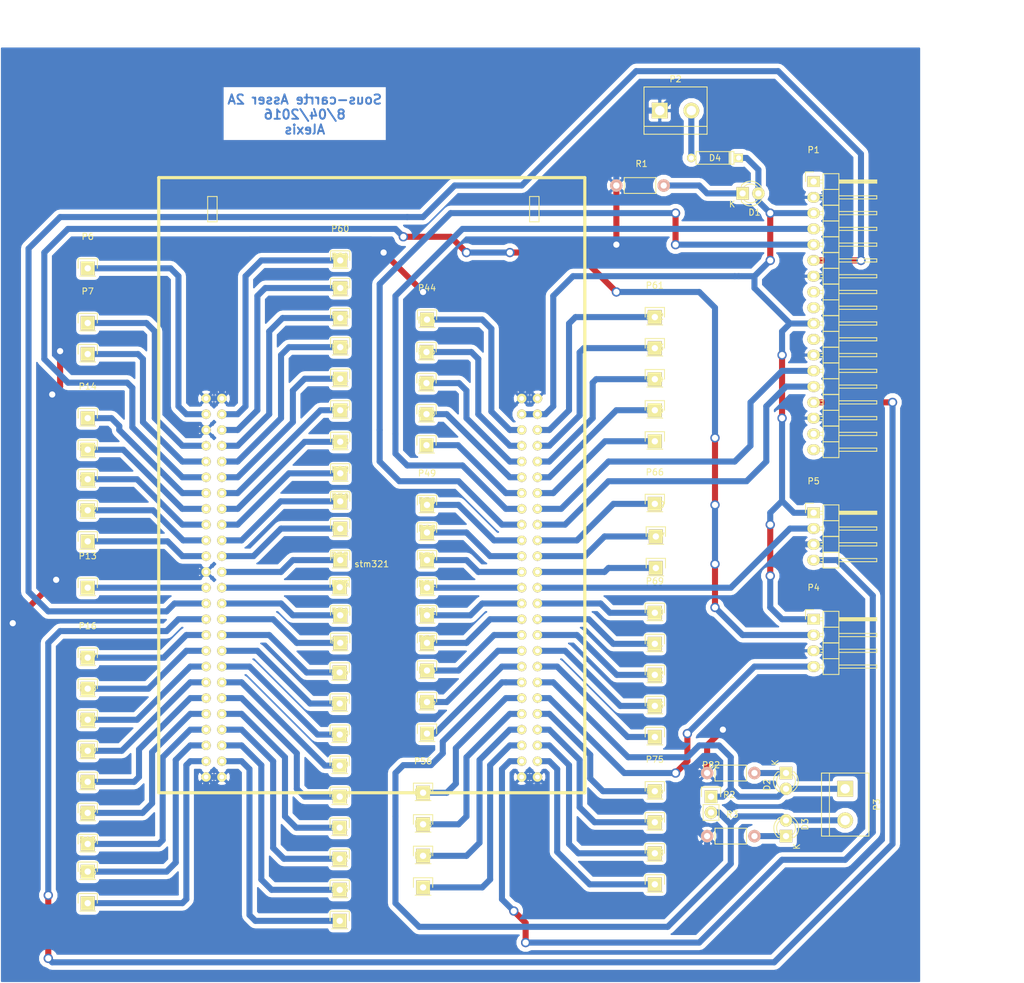
<source format=kicad_pcb>
(kicad_pcb (version 4) (host pcbnew 4.0.1-stable)
  (layers (0 F.Cu signal) (31 B.Cu signal) (34 B.Paste user) (35 F.Paste user) (36 B.SilkS user) (37 F.SilkS user) (38 B.Mask user) (39 F.Mask user) (44 Edge.Cuts user))
  (net 0 "")
  (net 1 "Net-(P1-Pad1)")
  (net 2 GND)
  (net 3 +5V)
  (net 4 M1I2)
  (net 5 M1I1)
  (net 6 M1PWM)
  (net 7 "Net-(P1-Pad8)")
  (net 8 "Net-(P1-Pad9)")
  (net 9 "Net-(P1-Pad11)")
  (net 10 M2_I2)
  (net 11 M2_I1)
  (net 12 M2PWM)
  (net 13 "Net-(P1-Pad17)")
  (net 14 "Net-(P1-Pad18)")
  (net 15 UART_RX)
  (net 16 UART_TX)
  (net 17 "Net-(D1-Pad1)")
  (net 18 "Net-(D2-Pad1)")
  (net 19 "Net-(D3-Pad1)")
  (net 20 "Net-(D4-Pad2)")
  (net 21 TIM2_CH2)
  (net 22 TIM2_CH1)
  (net 23 TIM3_CH2)
  (net 24 TIM3_CH1)
  (net 25 "Net-(P6-Pad1)")
  (net 26 "Net-(P7-Pad1)")
  (net 27 "Net-(P8-Pad1)")
  (net 28 "Net-(P9-Pad1)")
  (net 29 "Net-(P10-Pad1)")
  (net 30 "Net-(P11-Pad1)")
  (net 31 "Net-(P12-Pad1)")
  (net 32 "Net-(P13-Pad1)")
  (net 33 "Net-(P14-Pad1)")
  (net 34 "Net-(P15-Pad1)")
  (net 35 "Net-(P16-Pad1)")
  (net 36 "Net-(P17-Pad1)")
  (net 37 "Net-(P18-Pad1)")
  (net 38 "Net-(P19-Pad1)")
  (net 39 "Net-(P20-Pad1)")
  (net 40 "Net-(P21-Pad1)")
  (net 41 "Net-(P22-Pad1)")
  (net 42 "Net-(P23-Pad1)")
  (net 43 "Net-(P24-Pad1)")
  (net 44 "Net-(P25-Pad1)")
  (net 45 "Net-(P26-Pad1)")
  (net 46 "Net-(P27-Pad1)")
  (net 47 "Net-(P28-Pad1)")
  (net 48 "Net-(P29-Pad1)")
  (net 49 "Net-(P30-Pad1)")
  (net 50 "Net-(P31-Pad1)")
  (net 51 "Net-(P32-Pad1)")
  (net 52 "Net-(P33-Pad1)")
  (net 53 "Net-(P34-Pad1)")
  (net 54 "Net-(P35-Pad1)")
  (net 55 "Net-(P36-Pad1)")
  (net 56 "Net-(P37-Pad1)")
  (net 57 "Net-(P38-Pad1)")
  (net 58 "Net-(P39-Pad1)")
  (net 59 "Net-(P40-Pad1)")
  (net 60 "Net-(P41-Pad1)")
  (net 61 "Net-(P42-Pad1)")
  (net 62 "Net-(P43-Pad1)")
  (net 63 "Net-(P44-Pad1)")
  (net 64 "Net-(P45-Pad1)")
  (net 65 "Net-(P46-Pad1)")
  (net 66 "Net-(P47-Pad1)")
  (net 67 "Net-(P48-Pad1)")
  (net 68 "Net-(P49-Pad1)")
  (net 69 "Net-(P50-Pad1)")
  (net 70 "Net-(P51-Pad1)")
  (net 71 "Net-(P52-Pad1)")
  (net 72 "Net-(P53-Pad1)")
  (net 73 "Net-(P54-Pad1)")
  (net 74 "Net-(P55-Pad1)")
  (net 75 "Net-(P56-Pad1)")
  (net 76 "Net-(P57-Pad1)")
  (net 77 "Net-(P58-Pad1)")
  (net 78 "Net-(P59-Pad1)")
  (net 79 "Net-(P60-Pad1)")
  (net 80 "Net-(P61-Pad1)")
  (net 81 "Net-(P62-Pad1)")
  (net 82 "Net-(P63-Pad1)")
  (net 83 "Net-(P64-Pad1)")
  (net 84 "Net-(P65-Pad1)")
  (net 85 "Net-(P66-Pad1)")
  (net 86 "Net-(P67-Pad1)")
  (net 87 "Net-(P68-Pad1)")
  (net 88 "Net-(P69-Pad1)")
  (net 89 "Net-(P70-Pad1)")
  (net 90 "Net-(P71-Pad1)")
  (net 91 "Net-(P72-Pad1)")
  (net 92 "Net-(P73-Pad1)")
  (net 93 "Net-(P74-Pad1)")
  (net 94 "Net-(P75-Pad1)")
  (net 95 "Net-(P76-Pad1)")
  (net 96 "Net-(P77-Pad1)")
  (net 97 "Net-(P78-Pad1)")
  (net 98 "Net-(P79-Pad1)")
  (net 99 "Net-(P80-Pad1)")
  (net 100 "Net-(P81-Pad1)")
  (module stm32:STM32F407 (layer F.Cu) (at 86.36 88.9)
    (fp_text reference stm321 (at 26.67 26.67) (layer F.SilkS))
    (fp_text value STM32F407-Discovery)
    (pad 1 thru_hole circle (at 0 0) (size 1.524 1.524) (drill 0.762) (layers *.Cu *.Mask F.SilkS) (net 2 GND))
    (pad 2 thru_hole circle (at 2.54 0) (size 1.524 1.524) (drill 0.762) (layers *.Cu *.Mask F.SilkS) (net 2 GND))
    (pad 3 thru_hole circle (at 0 2.54) (size 1.524 1.524) (drill 0.762) (layers *.Cu *.Mask F.SilkS) (net 25 "Net-(P6-Pad1)"))
    (pad 4 thru_hole circle (at 2.54 2.54) (size 1.524 1.524) (drill 0.762) (layers *.Cu *.Mask F.SilkS) (net 79 "Net-(P60-Pad1)"))
    (pad 5 thru_hole circle (at 0 5.08) (size 1.524 1.524) (drill 0.762) (layers *.Cu *.Mask F.SilkS) (net 2 GND))
    (pad 6 thru_hole circle (at 2.54 5.08) (size 1.524 1.524) (drill 0.762) (layers *.Cu *.Mask F.SilkS) (net 43 "Net-(P24-Pad1)"))
    (pad 7 thru_hole circle (at 0 7.62) (size 1.524 1.524) (drill 0.762) (layers *.Cu *.Mask F.SilkS) (net 26 "Net-(P7-Pad1)"))
    (pad 8 thru_hole circle (at 2.54 7.62) (size 1.524 1.524) (drill 0.762) (layers *.Cu *.Mask F.SilkS) (net 44 "Net-(P25-Pad1)"))
    (pad 9 thru_hole circle (at 0 10.16) (size 1.524 1.524) (drill 0.762) (layers *.Cu *.Mask F.SilkS) (net 27 "Net-(P8-Pad1)"))
    (pad 10 thru_hole circle (at 2.54 10.16) (size 1.524 1.524) (drill 0.762) (layers *.Cu *.Mask F.SilkS) (net 45 "Net-(P26-Pad1)"))
    (pad 11 thru_hole circle (at 0 12.7) (size 1.524 1.524) (drill 0.762) (layers *.Cu *.Mask F.SilkS) (net 21 TIM2_CH2))
    (pad 12 thru_hole circle (at 2.54 12.7) (size 1.524 1.524) (drill 0.762) (layers *.Cu *.Mask F.SilkS) (net 99 "Net-(P80-Pad1)"))
    (pad 13 thru_hole circle (at 0 15.24) (size 1.524 1.524) (drill 0.762) (layers *.Cu *.Mask F.SilkS) (net 33 "Net-(P14-Pad1)"))
    (pad 14 thru_hole circle (at 2.54 15.24) (size 1.524 1.524) (drill 0.762) (layers *.Cu *.Mask F.SilkS) (net 100 "Net-(P81-Pad1)"))
    (pad 15 thru_hole circle (at 0 17.78) (size 1.524 1.524) (drill 0.762) (layers *.Cu *.Mask F.SilkS) (net 28 "Net-(P9-Pad1)"))
    (pad 16 thru_hole circle (at 2.54 17.78) (size 1.524 1.524) (drill 0.762) (layers *.Cu *.Mask F.SilkS) (net 46 "Net-(P27-Pad1)"))
    (pad 17 thru_hole circle (at 0 20.32) (size 1.524 1.524) (drill 0.762) (layers *.Cu *.Mask F.SilkS) (net 29 "Net-(P10-Pad1)"))
    (pad 18 thru_hole circle (at 2.54 20.32) (size 1.524 1.524) (drill 0.762) (layers *.Cu *.Mask F.SilkS) (net 47 "Net-(P28-Pad1)"))
    (pad 19 thru_hole circle (at 0 22.86) (size 1.524 1.524) (drill 0.762) (layers *.Cu *.Mask F.SilkS) (net 30 "Net-(P11-Pad1)"))
    (pad 20 thru_hole circle (at 2.54 22.86) (size 1.524 1.524) (drill 0.762) (layers *.Cu *.Mask F.SilkS) (net 48 "Net-(P29-Pad1)"))
    (pad 21 thru_hole circle (at 0 25.4) (size 1.524 1.524) (drill 0.762) (layers *.Cu *.Mask F.SilkS) (net 31 "Net-(P12-Pad1)"))
    (pad 22 thru_hole circle (at 2.54 25.4) (size 1.524 1.524) (drill 0.762) (layers *.Cu *.Mask F.SilkS) (net 49 "Net-(P30-Pad1)"))
    (pad 23 thru_hole circle (at 0 27.94) (size 1.524 1.524) (drill 0.762) (layers *.Cu *.Mask F.SilkS) (net 2 GND))
    (pad 24 thru_hole circle (at 2.54 27.94) (size 1.524 1.524) (drill 0.762) (layers *.Cu *.Mask F.SilkS) (net 50 "Net-(P31-Pad1)"))
    (pad 25 thru_hole circle (at 0 30.48) (size 1.524 1.524) (drill 0.762) (layers *.Cu *.Mask F.SilkS) (net 32 "Net-(P13-Pad1)"))
    (pad 26 thru_hole circle (at 2.54 30.48) (size 1.524 1.524) (drill 0.762) (layers *.Cu *.Mask F.SilkS) (net 51 "Net-(P32-Pad1)"))
    (pad 27 thru_hole circle (at 0 33.02) (size 1.524 1.524) (drill 0.762) (layers *.Cu *.Mask F.SilkS) (net 6 M1PWM))
    (pad 28 thru_hole circle (at 2.54 33.02) (size 1.524 1.524) (drill 0.762) (layers *.Cu *.Mask F.SilkS) (net 52 "Net-(P33-Pad1)"))
    (pad 29 thru_hole circle (at 0 35.56) (size 1.524 1.524) (drill 0.762) (layers *.Cu *.Mask F.SilkS) (net 12 M2PWM))
    (pad 30 thru_hole circle (at 2.54 35.56) (size 1.524 1.524) (drill 0.762) (layers *.Cu *.Mask F.SilkS) (net 53 "Net-(P34-Pad1)"))
    (pad 31 thru_hole circle (at 0 38.1) (size 1.524 1.524) (drill 0.762) (layers *.Cu *.Mask F.SilkS) (net 35 "Net-(P16-Pad1)"))
    (pad 32 thru_hole circle (at 2.54 38.1) (size 1.524 1.524) (drill 0.762) (layers *.Cu *.Mask F.SilkS) (net 54 "Net-(P35-Pad1)"))
    (pad 33 thru_hole circle (at 0 40.64) (size 1.524 1.524) (drill 0.762) (layers *.Cu *.Mask F.SilkS) (net 36 "Net-(P17-Pad1)"))
    (pad 34 thru_hole circle (at 2.54 40.64) (size 1.524 1.524) (drill 0.762) (layers *.Cu *.Mask F.SilkS) (net 55 "Net-(P36-Pad1)"))
    (pad 35 thru_hole circle (at 0 43.18) (size 1.524 1.524) (drill 0.762) (layers *.Cu *.Mask F.SilkS) (net 37 "Net-(P18-Pad1)"))
    (pad 36 thru_hole circle (at 2.54 43.18) (size 1.524 1.524) (drill 0.762) (layers *.Cu *.Mask F.SilkS) (net 56 "Net-(P37-Pad1)"))
    (pad 37 thru_hole circle (at 0 45.72) (size 1.524 1.524) (drill 0.762) (layers *.Cu *.Mask F.SilkS) (net 38 "Net-(P19-Pad1)"))
    (pad 38 thru_hole circle (at 2.54 45.72) (size 1.524 1.524) (drill 0.762) (layers *.Cu *.Mask F.SilkS) (net 57 "Net-(P38-Pad1)"))
    (pad 39 thru_hole circle (at 0 48.26) (size 1.524 1.524) (drill 0.762) (layers *.Cu *.Mask F.SilkS) (net 39 "Net-(P20-Pad1)"))
    (pad 40 thru_hole circle (at 2.54 48.26) (size 1.524 1.524) (drill 0.762) (layers *.Cu *.Mask F.SilkS) (net 58 "Net-(P39-Pad1)"))
    (pad 41 thru_hole circle (at 0 50.8) (size 1.524 1.524) (drill 0.762) (layers *.Cu *.Mask F.SilkS) (net 40 "Net-(P21-Pad1)"))
    (pad 42 thru_hole circle (at 2.54 50.8) (size 1.524 1.524) (drill 0.762) (layers *.Cu *.Mask F.SilkS) (net 59 "Net-(P40-Pad1)"))
    (pad 43 thru_hole circle (at 0 53.34) (size 1.524 1.524) (drill 0.762) (layers *.Cu *.Mask F.SilkS) (net 41 "Net-(P22-Pad1)"))
    (pad 44 thru_hole circle (at 2.54 53.34) (size 1.524 1.524) (drill 0.762) (layers *.Cu *.Mask F.SilkS) (net 60 "Net-(P41-Pad1)"))
    (pad 45 thru_hole circle (at 0 55.88) (size 1.524 1.524) (drill 0.762) (layers *.Cu *.Mask F.SilkS) (net 34 "Net-(P15-Pad1)"))
    (pad 46 thru_hole circle (at 2.54 55.88) (size 1.524 1.524) (drill 0.762) (layers *.Cu *.Mask F.SilkS) (net 61 "Net-(P42-Pad1)"))
    (pad 47 thru_hole circle (at 0 58.42) (size 1.524 1.524) (drill 0.762) (layers *.Cu *.Mask F.SilkS) (net 42 "Net-(P23-Pad1)"))
    (pad 48 thru_hole circle (at 2.54 58.42) (size 1.524 1.524) (drill 0.762) (layers *.Cu *.Mask F.SilkS) (net 62 "Net-(P43-Pad1)"))
    (pad 49 thru_hole circle (at 0 60.96) (size 1.524 1.524) (drill 0.762) (layers *.Cu *.Mask F.SilkS) (net 2 GND))
    (pad 50 thru_hole circle (at 2.54 60.96) (size 1.524 1.524) (drill 0.762) (layers *.Cu *.Mask F.SilkS) (net 2 GND))
    (pad 51 thru_hole circle (at 50.8 0) (size 1.524 1.524) (drill 0.762) (layers *.Cu *.Mask F.SilkS) (net 2 GND))
    (pad 52 thru_hole circle (at 53.34 0) (size 1.524 1.524) (drill 0.762) (layers *.Cu *.Mask F.SilkS) (net 2 GND))
    (pad 53 thru_hole circle (at 50.8 2.54) (size 1.524 1.524) (drill 0.762) (layers *.Cu *.Mask F.SilkS) (net 3 +5V))
    (pad 54 thru_hole circle (at 53.34 2.54) (size 1.524 1.524) (drill 0.762) (layers *.Cu *.Mask F.SilkS) (net 3 +5V))
    (pad 55 thru_hole circle (at 50.8 5.08) (size 1.524 1.524) (drill 0.762) (layers *.Cu *.Mask F.SilkS) (net 63 "Net-(P44-Pad1)"))
    (pad 56 thru_hole circle (at 53.34 5.08) (size 1.524 1.524) (drill 0.762) (layers *.Cu *.Mask F.SilkS) (net 80 "Net-(P61-Pad1)"))
    (pad 57 thru_hole circle (at 50.8 7.62) (size 1.524 1.524) (drill 0.762) (layers *.Cu *.Mask F.SilkS) (net 64 "Net-(P45-Pad1)"))
    (pad 58 thru_hole circle (at 53.34 7.62) (size 1.524 1.524) (drill 0.762) (layers *.Cu *.Mask F.SilkS) (net 81 "Net-(P62-Pad1)"))
    (pad 59 thru_hole circle (at 50.8 10.16) (size 1.524 1.524) (drill 0.762) (layers *.Cu *.Mask F.SilkS) (net 65 "Net-(P46-Pad1)"))
    (pad 60 thru_hole circle (at 53.34 10.16) (size 1.524 1.524) (drill 0.762) (layers *.Cu *.Mask F.SilkS) (net 82 "Net-(P63-Pad1)"))
    (pad 61 thru_hole circle (at 50.8 12.7) (size 1.524 1.524) (drill 0.762) (layers *.Cu *.Mask F.SilkS) (net 66 "Net-(P47-Pad1)"))
    (pad 62 thru_hole circle (at 53.34 12.7) (size 1.524 1.524) (drill 0.762) (layers *.Cu *.Mask F.SilkS) (net 83 "Net-(P64-Pad1)"))
    (pad 63 thru_hole circle (at 50.8 15.24) (size 1.524 1.524) (drill 0.762) (layers *.Cu *.Mask F.SilkS) (net 67 "Net-(P48-Pad1)"))
    (pad 64 thru_hole circle (at 53.34 15.24) (size 1.524 1.524) (drill 0.762) (layers *.Cu *.Mask F.SilkS) (net 84 "Net-(P65-Pad1)"))
    (pad 65 thru_hole circle (at 50.8 17.78) (size 1.524 1.524) (drill 0.762) (layers *.Cu *.Mask F.SilkS) (net 4 M1I2))
    (pad 66 thru_hole circle (at 53.34 17.78) (size 1.524 1.524) (drill 0.762) (layers *.Cu *.Mask F.SilkS) (net 10 M2_I2))
    (pad 67 thru_hole circle (at 50.8 20.32) (size 1.524 1.524) (drill 0.762) (layers *.Cu *.Mask F.SilkS) (net 5 M1I1))
    (pad 68 thru_hole circle (at 53.34 20.32) (size 1.524 1.524) (drill 0.762) (layers *.Cu *.Mask F.SilkS) (net 11 M2_I1))
    (pad 69 thru_hole circle (at 50.8 22.86) (size 1.524 1.524) (drill 0.762) (layers *.Cu *.Mask F.SilkS) (net 68 "Net-(P49-Pad1)"))
    (pad 70 thru_hole circle (at 53.34 22.86) (size 1.524 1.524) (drill 0.762) (layers *.Cu *.Mask F.SilkS) (net 85 "Net-(P66-Pad1)"))
    (pad 71 thru_hole circle (at 50.8 25.4) (size 1.524 1.524) (drill 0.762) (layers *.Cu *.Mask F.SilkS) (net 69 "Net-(P50-Pad1)"))
    (pad 72 thru_hole circle (at 53.34 25.4) (size 1.524 1.524) (drill 0.762) (layers *.Cu *.Mask F.SilkS) (net 98 "Net-(P79-Pad1)"))
    (pad 73 thru_hole circle (at 50.8 27.94) (size 1.524 1.524) (drill 0.762) (layers *.Cu *.Mask F.SilkS) (net 87 "Net-(P68-Pad1)"))
    (pad 74 thru_hole circle (at 53.34 27.94) (size 1.524 1.524) (drill 0.762) (layers *.Cu *.Mask F.SilkS) (net 86 "Net-(P67-Pad1)"))
    (pad 75 thru_hole circle (at 50.8 30.48) (size 1.524 1.524) (drill 0.762) (layers *.Cu *.Mask F.SilkS) (net 93 "Net-(P74-Pad1)"))
    (pad 76 thru_hole circle (at 53.34 30.48) (size 1.524 1.524) (drill 0.762) (layers *.Cu *.Mask F.SilkS) (net 23 TIM3_CH2))
    (pad 77 thru_hole circle (at 50.8 33.02) (size 1.524 1.524) (drill 0.762) (layers *.Cu *.Mask F.SilkS) (net 70 "Net-(P51-Pad1)"))
    (pad 78 thru_hole circle (at 53.34 33.02) (size 1.524 1.524) (drill 0.762) (layers *.Cu *.Mask F.SilkS) (net 88 "Net-(P69-Pad1)"))
    (pad 79 thru_hole circle (at 50.8 35.56) (size 1.524 1.524) (drill 0.762) (layers *.Cu *.Mask F.SilkS) (net 71 "Net-(P52-Pad1)"))
    (pad 80 thru_hole circle (at 53.34 35.56) (size 1.524 1.524) (drill 0.762) (layers *.Cu *.Mask F.SilkS) (net 89 "Net-(P70-Pad1)"))
    (pad 81 thru_hole circle (at 50.8 38.1) (size 1.524 1.524) (drill 0.762) (layers *.Cu *.Mask F.SilkS) (net 72 "Net-(P53-Pad1)"))
    (pad 82 thru_hole circle (at 53.34 38.1) (size 1.524 1.524) (drill 0.762) (layers *.Cu *.Mask F.SilkS) (net 90 "Net-(P71-Pad1)"))
    (pad 83 thru_hole circle (at 50.8 40.64) (size 1.524 1.524) (drill 0.762) (layers *.Cu *.Mask F.SilkS) (net 73 "Net-(P54-Pad1)"))
    (pad 84 thru_hole circle (at 53.34 40.64) (size 1.524 1.524) (drill 0.762) (layers *.Cu *.Mask F.SilkS) (net 91 "Net-(P72-Pad1)"))
    (pad 85 thru_hole circle (at 50.8 43.18) (size 1.524 1.524) (drill 0.762) (layers *.Cu *.Mask F.SilkS) (net 74 "Net-(P55-Pad1)"))
    (pad 86 thru_hole circle (at 53.34 43.18) (size 1.524 1.524) (drill 0.762) (layers *.Cu *.Mask F.SilkS) (net 92 "Net-(P73-Pad1)"))
    (pad 87 thru_hole circle (at 50.8 45.72) (size 1.524 1.524) (drill 0.762) (layers *.Cu *.Mask F.SilkS) (net 16 UART_TX))
    (pad 88 thru_hole circle (at 53.34 45.72) (size 1.524 1.524) (drill 0.762) (layers *.Cu *.Mask F.SilkS) (net 15 UART_RX))
    (pad 89 thru_hole circle (at 50.8 48.26) (size 1.524 1.524) (drill 0.762) (layers *.Cu *.Mask F.SilkS) (net 75 "Net-(P56-Pad1)"))
    (pad 90 thru_hole circle (at 53.34 48.26) (size 1.524 1.524) (drill 0.762) (layers *.Cu *.Mask F.SilkS) (net 22 TIM2_CH1))
    (pad 91 thru_hole circle (at 50.8 50.8) (size 1.524 1.524) (drill 0.762) (layers *.Cu *.Mask F.SilkS) (net 76 "Net-(P57-Pad1)"))
    (pad 92 thru_hole circle (at 53.34 50.8) (size 1.524 1.524) (drill 0.762) (layers *.Cu *.Mask F.SilkS) (net 94 "Net-(P75-Pad1)"))
    (pad 93 thru_hole circle (at 50.8 53.34) (size 1.524 1.524) (drill 0.762) (layers *.Cu *.Mask F.SilkS) (net 77 "Net-(P58-Pad1)"))
    (pad 94 thru_hole circle (at 53.34 53.34) (size 1.524 1.524) (drill 0.762) (layers *.Cu *.Mask F.SilkS) (net 95 "Net-(P76-Pad1)"))
    (pad 95 thru_hole circle (at 50.8 55.88) (size 1.524 1.524) (drill 0.762) (layers *.Cu *.Mask F.SilkS) (net 78 "Net-(P59-Pad1)"))
    (pad 96 thru_hole circle (at 53.34 55.88) (size 1.524 1.524) (drill 0.762) (layers *.Cu *.Mask F.SilkS) (net 96 "Net-(P77-Pad1)"))
    (pad 97 thru_hole circle (at 50.8 58.42) (size 1.524 1.524) (drill 0.762) (layers *.Cu *.Mask F.SilkS) (net 24 TIM3_CH1))
    (pad 98 thru_hole circle (at 53.34 58.42) (size 1.524 1.524) (drill 0.762) (layers *.Cu *.Mask F.SilkS) (net 97 "Net-(P78-Pad1)"))
    (pad 99 thru_hole circle (at 50.8 60.96) (size 1.524 1.524) (drill 0.762) (layers *.Cu *.Mask F.SilkS) (net 2 GND))
    (pad 100 thru_hole circle (at 53.34 60.96) (size 1.524 1.524) (drill 0.762) (layers *.Cu *.Mask F.SilkS) (net 2 GND))
  )
  (module Pin_Headers:Pin_Header_Straight_1x01 (layer F.Cu) (at 107.95 90.805)
    (fp_text reference P81 (at 0 -5.1) (layer F.SilkS))
    (fp_text value CONN_01X01)
    (pad 1 thru_hole rect (at 0 0) (size 2.2352 2.2352) (drill 1.016) (layers *.Cu *.Mask F.SilkS) (net 100 "Net-(P81-Pad1)"))
  )
  (module Pin_Headers:Pin_Header_Straight_1x01 (layer F.Cu) (at 107.95 85.725)
    (fp_text reference P80 (at 0 -5.1) (layer F.SilkS))
    (fp_text value CONN_01X01)
    (pad 1 thru_hole rect (at 0 0) (size 2.2352 2.2352) (drill 1.016) (layers *.Cu *.Mask F.SilkS) (net 99 "Net-(P80-Pad1)"))
  )
  (module Pin_Headers:Pin_Header_Straight_1x01 (layer F.Cu) (at 158.75 111.125)
    (fp_text reference P79 (at 0 -5.1) (layer F.SilkS))
    (fp_text value CONN_01X01)
    (pad 1 thru_hole rect (at 0 0) (size 2.2352 2.2352) (drill 1.016) (layers *.Cu *.Mask F.SilkS) (net 98 "Net-(P79-Pad1)"))
  )
  (module Pin_Headers:Pin_Header_Straight_1x01 (layer F.Cu) (at 158.59 167.15)
    (fp_text reference P78 (at 0 -5.1) (layer F.SilkS))
    (fp_text value CONN_01X01)
    (pad 1 thru_hole rect (at 0 0) (size 2.2352 2.2352) (drill 1.016) (layers *.Cu *.Mask F.SilkS) (net 97 "Net-(P78-Pad1)"))
  )
  (module Pin_Headers:Pin_Header_Straight_1x01 (layer F.Cu) (at 158.59 162.15)
    (fp_text reference P77 (at 0 -5.1) (layer F.SilkS))
    (fp_text value CONN_01X01)
    (pad 1 thru_hole rect (at 0 0) (size 2.2352 2.2352) (drill 1.016) (layers *.Cu *.Mask F.SilkS) (net 96 "Net-(P77-Pad1)"))
  )
  (module Pin_Headers:Pin_Header_Straight_1x01 (layer F.Cu) (at 158.59 157.15)
    (fp_text reference P76 (at 0 -5.1) (layer F.SilkS))
    (fp_text value CONN_01X01)
    (pad 1 thru_hole rect (at 0 0) (size 2.2352 2.2352) (drill 1.016) (layers *.Cu *.Mask F.SilkS) (net 95 "Net-(P76-Pad1)"))
  )
  (module Pin_Headers:Pin_Header_Straight_1x01 (layer F.Cu) (at 158.59 152.15)
    (fp_text reference P75 (at 0 -5.1) (layer F.SilkS))
    (fp_text value CONN_01X01)
    (pad 1 thru_hole rect (at 0 0) (size 2.2352 2.2352) (drill 1.016) (layers *.Cu *.Mask F.SilkS) (net 94 "Net-(P75-Pad1)"))
  )
  (module Pin_Headers:Pin_Header_Straight_1x01 (layer F.Cu) (at 121.92 119.38)
    (fp_text reference P74 (at 0 -5.1) (layer F.SilkS))
    (fp_text value CONN_01X01)
    (pad 1 thru_hole rect (at 0 0) (size 2.2352 2.2352) (drill 1.016) (layers *.Cu *.Mask F.SilkS) (net 93 "Net-(P74-Pad1)"))
  )
  (module Pin_Headers:Pin_Header_Straight_1x01 (layer F.Cu) (at 158.59 143.42)
    (fp_text reference P73 (at 0 -5.1) (layer F.SilkS))
    (fp_text value CONN_01X01)
    (pad 1 thru_hole rect (at 0 0) (size 2.2352 2.2352) (drill 1.016) (layers *.Cu *.Mask F.SilkS) (net 92 "Net-(P73-Pad1)"))
  )
  (module Pin_Headers:Pin_Header_Straight_1x01 (layer F.Cu) (at 158.59 138.42)
    (fp_text reference P72 (at 0 -5.1) (layer F.SilkS))
    (fp_text value CONN_01X01)
    (pad 1 thru_hole rect (at 0 0) (size 2.2352 2.2352) (drill 1.016) (layers *.Cu *.Mask F.SilkS) (net 91 "Net-(P72-Pad1)"))
  )
  (module Pin_Headers:Pin_Header_Straight_1x01 (layer F.Cu) (at 158.59 133.42)
    (fp_text reference P71 (at 0 -5.1) (layer F.SilkS))
    (fp_text value CONN_01X01)
    (pad 1 thru_hole rect (at 0 0) (size 2.2352 2.2352) (drill 1.016) (layers *.Cu *.Mask F.SilkS) (net 90 "Net-(P71-Pad1)"))
  )
  (module Pin_Headers:Pin_Header_Straight_1x01 (layer F.Cu) (at 158.59 128.42)
    (fp_text reference P70 (at 0 -5.1) (layer F.SilkS))
    (fp_text value CONN_01X01)
    (pad 1 thru_hole rect (at 0 0) (size 2.2352 2.2352) (drill 1.016) (layers *.Cu *.Mask F.SilkS) (net 89 "Net-(P70-Pad1)"))
  )
  (module Pin_Headers:Pin_Header_Straight_1x01 (layer F.Cu) (at 158.59 123.42)
    (fp_text reference P69 (at 0 -5.1) (layer F.SilkS))
    (fp_text value CONN_01X01)
    (pad 1 thru_hole rect (at 0 0) (size 2.2352 2.2352) (drill 1.016) (layers *.Cu *.Mask F.SilkS) (net 88 "Net-(P69-Pad1)"))
  )
  (module Pin_Headers:Pin_Header_Straight_1x01 (layer F.Cu) (at 121.92 114.935)
    (fp_text reference P68 (at 0 -5.1) (layer F.SilkS))
    (fp_text value CONN_01X01)
    (pad 1 thru_hole rect (at 0 0) (size 2.2352 2.2352) (drill 1.016) (layers *.Cu *.Mask F.SilkS) (net 87 "Net-(P68-Pad1)"))
  )
  (module Pin_Headers:Pin_Header_Straight_1x01 (layer F.Cu) (at 158.75 116.205)
    (fp_text reference P67 (at 0 -5.1) (layer F.SilkS))
    (fp_text value CONN_01X01)
    (pad 1 thru_hole rect (at 0 0) (size 2.2352 2.2352) (drill 1.016) (layers *.Cu *.Mask F.SilkS) (net 86 "Net-(P67-Pad1)"))
  )
  (module Pin_Headers:Pin_Header_Straight_1x01 (layer F.Cu) (at 158.59 105.88)
    (fp_text reference P66 (at 0 -5.1) (layer F.SilkS))
    (fp_text value CONN_01X01)
    (pad 1 thru_hole rect (at 0 0) (size 2.2352 2.2352) (drill 1.016) (layers *.Cu *.Mask F.SilkS) (net 85 "Net-(P66-Pad1)"))
  )
  (module Pin_Headers:Pin_Header_Straight_1x01 (layer F.Cu) (at 158.59 95.8)
    (fp_text reference P65 (at 0 -5.1) (layer F.SilkS))
    (fp_text value CONN_01X01)
    (pad 1 thru_hole rect (at 0 0) (size 2.2352 2.2352) (drill 1.016) (layers *.Cu *.Mask F.SilkS) (net 84 "Net-(P65-Pad1)"))
  )
  (module Pin_Headers:Pin_Header_Straight_1x01 (layer F.Cu) (at 158.59 90.8)
    (fp_text reference P64 (at 0 -5.1) (layer F.SilkS))
    (fp_text value CONN_01X01)
    (pad 1 thru_hole rect (at 0 0) (size 2.2352 2.2352) (drill 1.016) (layers *.Cu *.Mask F.SilkS) (net 83 "Net-(P64-Pad1)"))
  )
  (module Pin_Headers:Pin_Header_Straight_1x01 (layer F.Cu) (at 158.59 85.8)
    (fp_text reference P63 (at 0 -5.1) (layer F.SilkS))
    (fp_text value CONN_01X01)
    (pad 1 thru_hole rect (at 0 0) (size 2.2352 2.2352) (drill 1.016) (layers *.Cu *.Mask F.SilkS) (net 82 "Net-(P63-Pad1)"))
  )
  (module Pin_Headers:Pin_Header_Straight_1x01 (layer F.Cu) (at 158.59 80.8)
    (fp_text reference P62 (at 0 -5.1) (layer F.SilkS))
    (fp_text value CONN_01X01)
    (pad 1 thru_hole rect (at 0 0) (size 2.2352 2.2352) (drill 1.016) (layers *.Cu *.Mask F.SilkS) (net 81 "Net-(P62-Pad1)"))
  )
  (module Pin_Headers:Pin_Header_Straight_1x01 (layer F.Cu) (at 158.59 75.8)
    (fp_text reference P61 (at 0 -5.1) (layer F.SilkS))
    (fp_text value CONN_01X01)
    (pad 1 thru_hole rect (at 0 0) (size 2.2352 2.2352) (drill 1.016) (layers *.Cu *.Mask F.SilkS) (net 80 "Net-(P61-Pad1)"))
  )
  (module Pin_Headers:Pin_Header_Straight_1x01 (layer F.Cu) (at 107.95 66.675)
    (fp_text reference P60 (at 0 -5.1) (layer F.SilkS))
    (fp_text value CONN_01X01)
    (pad 1 thru_hole rect (at 0 0) (size 2.2352 2.2352) (drill 1.016) (layers *.Cu *.Mask F.SilkS) (net 79 "Net-(P60-Pad1)"))
  )
  (module Pin_Headers:Pin_Header_Straight_1x01 (layer F.Cu) (at 121.285 167.64)
    (fp_text reference P59 (at 0 -5.1) (layer F.SilkS))
    (fp_text value CONN_01X01)
    (pad 1 thru_hole rect (at 0 0) (size 2.2352 2.2352) (drill 1.016) (layers *.Cu *.Mask F.SilkS) (net 78 "Net-(P59-Pad1)"))
  )
  (module Pin_Headers:Pin_Header_Straight_1x01 (layer F.Cu) (at 121.285 162.56)
    (fp_text reference P58 (at 0 -5.1) (layer F.SilkS))
    (fp_text value CONN_01X01)
    (pad 1 thru_hole rect (at 0 0) (size 2.2352 2.2352) (drill 1.016) (layers *.Cu *.Mask F.SilkS) (net 77 "Net-(P58-Pad1)"))
  )
  (module Pin_Headers:Pin_Header_Straight_1x01 (layer F.Cu) (at 121.285 157.48)
    (fp_text reference P57 (at 0 -5.1) (layer F.SilkS))
    (fp_text value CONN_01X01)
    (pad 1 thru_hole rect (at 0 0) (size 2.2352 2.2352) (drill 1.016) (layers *.Cu *.Mask F.SilkS) (net 76 "Net-(P57-Pad1)"))
  )
  (module Pin_Headers:Pin_Header_Straight_1x01 (layer F.Cu) (at 121.285 152.4)
    (fp_text reference P56 (at 0 -5.1) (layer F.SilkS))
    (fp_text value CONN_01X01)
    (pad 1 thru_hole rect (at 0 0) (size 2.2352 2.2352) (drill 1.016) (layers *.Cu *.Mask F.SilkS) (net 75 "Net-(P56-Pad1)"))
  )
  (module Pin_Headers:Pin_Header_Straight_1x01 (layer F.Cu) (at 121.92 142.875)
    (fp_text reference P55 (at 0 -5.1) (layer F.SilkS))
    (fp_text value CONN_01X01)
    (pad 1 thru_hole rect (at 0 0) (size 2.2352 2.2352) (drill 1.016) (layers *.Cu *.Mask F.SilkS) (net 74 "Net-(P55-Pad1)"))
  )
  (module Pin_Headers:Pin_Header_Straight_1x01 (layer F.Cu) (at 121.92 137.795)
    (fp_text reference P54 (at 0 -5.1) (layer F.SilkS))
    (fp_text value CONN_01X01)
    (pad 1 thru_hole rect (at 0 0) (size 2.2352 2.2352) (drill 1.016) (layers *.Cu *.Mask F.SilkS) (net 73 "Net-(P54-Pad1)"))
  )
  (module Pin_Headers:Pin_Header_Straight_1x01 (layer F.Cu) (at 121.92 132.715)
    (fp_text reference P53 (at 0 -5.1) (layer F.SilkS))
    (fp_text value CONN_01X01)
    (pad 1 thru_hole rect (at 0 0) (size 2.2352 2.2352) (drill 1.016) (layers *.Cu *.Mask F.SilkS) (net 72 "Net-(P53-Pad1)"))
  )
  (module Pin_Headers:Pin_Header_Straight_1x01 (layer F.Cu) (at 121.92 128.27)
    (fp_text reference P52 (at 0 -5.1) (layer F.SilkS))
    (fp_text value CONN_01X01)
    (pad 1 thru_hole rect (at 0 0) (size 2.2352 2.2352) (drill 1.016) (layers *.Cu *.Mask F.SilkS) (net 71 "Net-(P52-Pad1)"))
  )
  (module Pin_Headers:Pin_Header_Straight_1x01 (layer F.Cu) (at 121.92 123.825)
    (fp_text reference P51 (at 0 -5.1) (layer F.SilkS))
    (fp_text value CONN_01X01)
    (pad 1 thru_hole rect (at 0 0) (size 2.2352 2.2352) (drill 1.016) (layers *.Cu *.Mask F.SilkS) (net 70 "Net-(P51-Pad1)"))
  )
  (module Pin_Headers:Pin_Header_Straight_1x01 (layer F.Cu) (at 121.92 110.49)
    (fp_text reference P50 (at 0 -5.1) (layer F.SilkS))
    (fp_text value CONN_01X01)
    (pad 1 thru_hole rect (at 0 0) (size 2.2352 2.2352) (drill 1.016) (layers *.Cu *.Mask F.SilkS) (net 69 "Net-(P50-Pad1)"))
  )
  (module Pin_Headers:Pin_Header_Straight_1x01 (layer F.Cu) (at 121.92 106.045)
    (fp_text reference P49 (at 0 -5.1) (layer F.SilkS))
    (fp_text value CONN_01X01)
    (pad 1 thru_hole rect (at 0 0) (size 2.2352 2.2352) (drill 1.016) (layers *.Cu *.Mask F.SilkS) (net 68 "Net-(P49-Pad1)"))
  )
  (module Pin_Headers:Pin_Header_Straight_1x01 (layer F.Cu) (at 121.84 96.43)
    (fp_text reference P48 (at 0 -5.1) (layer F.SilkS))
    (fp_text value CONN_01X01)
    (pad 1 thru_hole rect (at 0 0) (size 2.2352 2.2352) (drill 1.016) (layers *.Cu *.Mask F.SilkS) (net 67 "Net-(P48-Pad1)"))
  )
  (module Pin_Headers:Pin_Header_Straight_1x01 (layer F.Cu) (at 121.84 91.43)
    (fp_text reference P47 (at 0 -5.1) (layer F.SilkS))
    (fp_text value CONN_01X01)
    (pad 1 thru_hole rect (at 0 0) (size 2.2352 2.2352) (drill 1.016) (layers *.Cu *.Mask F.SilkS) (net 66 "Net-(P47-Pad1)"))
  )
  (module Pin_Headers:Pin_Header_Straight_1x01 (layer F.Cu) (at 121.84 86.43)
    (fp_text reference P46 (at 0 -5.1) (layer F.SilkS))
    (fp_text value CONN_01X01)
    (pad 1 thru_hole rect (at 0 0) (size 2.2352 2.2352) (drill 1.016) (layers *.Cu *.Mask F.SilkS) (net 65 "Net-(P46-Pad1)"))
  )
  (module Pin_Headers:Pin_Header_Straight_1x01 (layer F.Cu) (at 121.84 81.43)
    (fp_text reference P45 (at 0 -5.1) (layer F.SilkS))
    (fp_text value CONN_01X01)
    (pad 1 thru_hole rect (at 0 0) (size 2.2352 2.2352) (drill 1.016) (layers *.Cu *.Mask F.SilkS) (net 64 "Net-(P45-Pad1)"))
  )
  (module Pin_Headers:Pin_Header_Straight_1x01 (layer F.Cu) (at 121.92 76.2)
    (fp_text reference P44 (at 0 -5.1) (layer F.SilkS))
    (fp_text value CONN_01X01)
    (pad 1 thru_hole rect (at 0 0) (size 2.2352 2.2352) (drill 1.016) (layers *.Cu *.Mask F.SilkS) (net 63 "Net-(P44-Pad1)"))
  )
  (module Pin_Headers:Pin_Header_Straight_1x01 (layer F.Cu) (at 107.87 173.03)
    (fp_text reference P43 (at 0 -5.1) (layer F.SilkS))
    (fp_text value CONN_01X01)
    (pad 1 thru_hole rect (at 0 0) (size 2.2352 2.2352) (drill 1.016) (layers *.Cu *.Mask F.SilkS) (net 62 "Net-(P43-Pad1)"))
  )
  (module Pin_Headers:Pin_Header_Straight_1x01 (layer F.Cu) (at 107.87 168.03)
    (fp_text reference P42 (at 0 -5.1) (layer F.SilkS))
    (fp_text value CONN_01X01)
    (pad 1 thru_hole rect (at 0 0) (size 2.2352 2.2352) (drill 1.016) (layers *.Cu *.Mask F.SilkS) (net 61 "Net-(P42-Pad1)"))
  )
  (module Pin_Headers:Pin_Header_Straight_1x01 (layer F.Cu) (at 107.87 163.03)
    (fp_text reference P41 (at 0 -5.1) (layer F.SilkS))
    (fp_text value CONN_01X01)
    (pad 1 thru_hole rect (at 0 0) (size 2.2352 2.2352) (drill 1.016) (layers *.Cu *.Mask F.SilkS) (net 60 "Net-(P41-Pad1)"))
  )
  (module Pin_Headers:Pin_Header_Straight_1x01 (layer F.Cu) (at 107.87 158.03)
    (fp_text reference P40 (at 0 -5.1) (layer F.SilkS))
    (fp_text value CONN_01X01)
    (pad 1 thru_hole rect (at 0 0) (size 2.2352 2.2352) (drill 1.016) (layers *.Cu *.Mask F.SilkS) (net 59 "Net-(P40-Pad1)"))
  )
  (module Pin_Headers:Pin_Header_Straight_1x01 (layer F.Cu) (at 107.87 153.03)
    (fp_text reference P39 (at 0 -5.1) (layer F.SilkS))
    (fp_text value CONN_01X01)
    (pad 1 thru_hole rect (at 0 0) (size 2.2352 2.2352) (drill 1.016) (layers *.Cu *.Mask F.SilkS) (net 58 "Net-(P39-Pad1)"))
  )
  (module Pin_Headers:Pin_Header_Straight_1x01 (layer F.Cu) (at 107.87 148.03)
    (fp_text reference P38 (at 0 -5.1) (layer F.SilkS))
    (fp_text value CONN_01X01)
    (pad 1 thru_hole rect (at 0 0) (size 2.2352 2.2352) (drill 1.016) (layers *.Cu *.Mask F.SilkS) (net 57 "Net-(P38-Pad1)"))
  )
  (module Pin_Headers:Pin_Header_Straight_1x01 (layer F.Cu) (at 107.87 143.03)
    (fp_text reference P37 (at 0 -5.1) (layer F.SilkS))
    (fp_text value CONN_01X01)
    (pad 1 thru_hole rect (at 0 0) (size 2.2352 2.2352) (drill 1.016) (layers *.Cu *.Mask F.SilkS) (net 56 "Net-(P37-Pad1)"))
  )
  (module Pin_Headers:Pin_Header_Straight_1x01 (layer F.Cu) (at 107.87 138.03)
    (fp_text reference P36 (at 0 -5.1) (layer F.SilkS))
    (fp_text value CONN_01X01)
    (pad 1 thru_hole rect (at 0 0) (size 2.2352 2.2352) (drill 1.016) (layers *.Cu *.Mask F.SilkS) (net 55 "Net-(P36-Pad1)"))
  )
  (module Pin_Headers:Pin_Header_Straight_1x01 (layer F.Cu) (at 107.87 133.03)
    (fp_text reference P35 (at 0 -5.1) (layer F.SilkS))
    (fp_text value CONN_01X01)
    (pad 1 thru_hole rect (at 0 0) (size 2.2352 2.2352) (drill 1.016) (layers *.Cu *.Mask F.SilkS) (net 54 "Net-(P35-Pad1)"))
  )
  (module Pin_Headers:Pin_Header_Straight_1x01 (layer F.Cu) (at 107.95 128.27)
    (fp_text reference P34 (at 0 -5.1) (layer F.SilkS))
    (fp_text value CONN_01X01)
    (pad 1 thru_hole rect (at 0 0) (size 2.2352 2.2352) (drill 1.016) (layers *.Cu *.Mask F.SilkS) (net 53 "Net-(P34-Pad1)"))
  )
  (module Pin_Headers:Pin_Header_Straight_1x01 (layer F.Cu) (at 107.95 123.825)
    (fp_text reference P33 (at 0 -5.1) (layer F.SilkS))
    (fp_text value CONN_01X01)
    (pad 1 thru_hole rect (at 0 0) (size 2.2352 2.2352) (drill 1.016) (layers *.Cu *.Mask F.SilkS) (net 52 "Net-(P33-Pad1)"))
  )
  (module Pin_Headers:Pin_Header_Straight_1x01 (layer F.Cu) (at 107.87 119.3)
    (fp_text reference P32 (at 0 -5.1) (layer F.SilkS))
    (fp_text value CONN_01X01)
    (pad 1 thru_hole rect (at 0 0) (size 2.2352 2.2352) (drill 1.016) (layers *.Cu *.Mask F.SilkS) (net 51 "Net-(P32-Pad1)"))
  )
  (module Pin_Headers:Pin_Header_Straight_1x01 (layer F.Cu) (at 107.95 114.935)
    (fp_text reference P31 (at 0 -5.1) (layer F.SilkS))
    (fp_text value CONN_01X01)
    (pad 1 thru_hole rect (at 0 0) (size 2.2352 2.2352) (drill 1.016) (layers *.Cu *.Mask F.SilkS) (net 50 "Net-(P31-Pad1)"))
  )
  (module Pin_Headers:Pin_Header_Straight_1x01 (layer F.Cu) (at 107.95 109.855)
    (fp_text reference P30 (at 0 -5.1) (layer F.SilkS))
    (fp_text value CONN_01X01)
    (pad 1 thru_hole rect (at 0 0) (size 2.2352 2.2352) (drill 1.016) (layers *.Cu *.Mask F.SilkS) (net 49 "Net-(P30-Pad1)"))
  )
  (module Pin_Headers:Pin_Header_Straight_1x01 (layer F.Cu) (at 107.95 105.475)
    (fp_text reference P29 (at 0 -5.1) (layer F.SilkS))
    (fp_text value CONN_01X01)
    (pad 1 thru_hole rect (at 0 0) (size 2.2352 2.2352) (drill 1.016) (layers *.Cu *.Mask F.SilkS) (net 48 "Net-(P29-Pad1)"))
  )
  (module Pin_Headers:Pin_Header_Straight_1x01 (layer F.Cu) (at 107.95 100.965)
    (fp_text reference P28 (at 0 -5.1) (layer F.SilkS))
    (fp_text value CONN_01X01)
    (pad 1 thru_hole rect (at 0 0) (size 2.2352 2.2352) (drill 1.016) (layers *.Cu *.Mask F.SilkS) (net 47 "Net-(P28-Pad1)"))
  )
  (module Pin_Headers:Pin_Header_Straight_1x01 (layer F.Cu) (at 107.95 80.645)
    (fp_text reference P26 (at 0 -5.1) (layer F.SilkS))
    (fp_text value CONN_01X01)
    (pad 1 thru_hole rect (at 0 0) (size 2.2352 2.2352) (drill 1.016) (layers *.Cu *.Mask F.SilkS) (net 45 "Net-(P26-Pad1)"))
  )
  (module Pin_Headers:Pin_Header_Straight_1x01 (layer F.Cu) (at 107.95 75.95)
    (fp_text reference P25 (at 0 -5.1) (layer F.SilkS))
    (fp_text value CONN_01X01)
    (pad 1 thru_hole rect (at 0 0) (size 2.2352 2.2352) (drill 1.016) (layers *.Cu *.Mask F.SilkS) (net 44 "Net-(P25-Pad1)"))
  )
  (module Pin_Headers:Pin_Header_Straight_1x01 (layer F.Cu) (at 107.95 71.12)
    (fp_text reference P24 (at 0 -5.1) (layer F.SilkS))
    (fp_text value CONN_01X01)
    (pad 1 thru_hole rect (at 0 0) (size 2.2352 2.2352) (drill 1.016) (layers *.Cu *.Mask F.SilkS) (net 43 "Net-(P24-Pad1)"))
  )
  (module Pin_Headers:Pin_Header_Straight_1x01 (layer F.Cu) (at 67.31 170.18)
    (fp_text reference P23 (at 0 -5.1) (layer F.SilkS))
    (fp_text value CONN_01X01)
    (pad 1 thru_hole rect (at 0 0) (size 2.2352 2.2352) (drill 1.016) (layers *.Cu *.Mask F.SilkS) (net 42 "Net-(P23-Pad1)"))
  )
  (module Pin_Headers:Pin_Header_Straight_1x01 (layer F.Cu) (at 67.31 160.645)
    (fp_text reference P22 (at 0 -5.1) (layer F.SilkS))
    (fp_text value CONN_01X01)
    (pad 1 thru_hole rect (at 0 0) (size 2.2352 2.2352) (drill 1.016) (layers *.Cu *.Mask F.SilkS) (net 41 "Net-(P22-Pad1)"))
  )
  (module Pin_Headers:Pin_Header_Straight_1x01 (layer F.Cu) (at 67.31 155.645)
    (fp_text reference P21 (at 0 -5.1) (layer F.SilkS))
    (fp_text value CONN_01X01)
    (pad 1 thru_hole rect (at 0 0) (size 2.2352 2.2352) (drill 1.016) (layers *.Cu *.Mask F.SilkS) (net 40 "Net-(P21-Pad1)"))
  )
  (module Pin_Headers:Pin_Header_Straight_1x01 (layer F.Cu) (at 67.31 150.645)
    (fp_text reference P20 (at 0 -5.1) (layer F.SilkS))
    (fp_text value CONN_01X01)
    (pad 1 thru_hole rect (at 0 0) (size 2.2352 2.2352) (drill 1.016) (layers *.Cu *.Mask F.SilkS) (net 39 "Net-(P20-Pad1)"))
  )
  (module Pin_Headers:Pin_Header_Straight_1x01 (layer F.Cu) (at 67.31 145.645)
    (fp_text reference P19 (at 0 -5.1) (layer F.SilkS))
    (fp_text value CONN_01X01)
    (pad 1 thru_hole rect (at 0 0) (size 2.2352 2.2352) (drill 1.016) (layers *.Cu *.Mask F.SilkS) (net 38 "Net-(P19-Pad1)"))
  )
  (module Pin_Headers:Pin_Header_Straight_1x01 (layer F.Cu) (at 67.31 140.645)
    (fp_text reference P18 (at 0 -5.1) (layer F.SilkS))
    (fp_text value CONN_01X01)
    (pad 1 thru_hole rect (at 0 0) (size 2.2352 2.2352) (drill 1.016) (layers *.Cu *.Mask F.SilkS) (net 37 "Net-(P18-Pad1)"))
  )
  (module Pin_Headers:Pin_Header_Straight_1x01 (layer F.Cu) (at 67.31 135.645)
    (fp_text reference P17 (at 0 -5.1) (layer F.SilkS))
    (fp_text value CONN_01X01)
    (pad 1 thru_hole rect (at 0 0) (size 2.2352 2.2352) (drill 1.016) (layers *.Cu *.Mask F.SilkS) (net 36 "Net-(P17-Pad1)"))
  )
  (module Pin_Headers:Pin_Header_Straight_1x01 (layer F.Cu) (at 67.31 130.645)
    (fp_text reference P16 (at 0 -5.1) (layer F.SilkS))
    (fp_text value CONN_01X01)
    (pad 1 thru_hole rect (at 0 0) (size 2.2352 2.2352) (drill 1.016) (layers *.Cu *.Mask F.SilkS) (net 35 "Net-(P16-Pad1)"))
  )
  (module Pin_Headers:Pin_Header_Straight_1x01 (layer F.Cu) (at 67.31 165.1)
    (fp_text reference P15 (at 0 -5.1) (layer F.SilkS))
    (fp_text value CONN_01X01)
    (pad 1 thru_hole rect (at 0 0) (size 2.2352 2.2352) (drill 1.016) (layers *.Cu *.Mask F.SilkS) (net 34 "Net-(P15-Pad1)"))
  )
  (module Pin_Headers:Pin_Header_Straight_1x01 (layer F.Cu) (at 67.31 92.075)
    (fp_text reference P14 (at 0 -5.1) (layer F.SilkS))
    (fp_text value CONN_01X01)
    (pad 1 thru_hole rect (at 0 0) (size 2.2352 2.2352) (drill 1.016) (layers *.Cu *.Mask F.SilkS) (net 33 "Net-(P14-Pad1)"))
  )
  (module Pin_Headers:Pin_Header_Straight_1x01 (layer F.Cu) (at 67.31 119.38)
    (fp_text reference P13 (at 0 -5.1) (layer F.SilkS))
    (fp_text value CONN_01X01)
    (pad 1 thru_hole rect (at 0 0) (size 2.2352 2.2352) (drill 1.016) (layers *.Cu *.Mask F.SilkS) (net 32 "Net-(P13-Pad1)"))
  )
  (module Pin_Headers:Pin_Header_Straight_1x01 (layer F.Cu) (at 67.31 111.915)
    (fp_text reference P12 (at 0 -5.1) (layer F.SilkS))
    (fp_text value CONN_01X01)
    (pad 1 thru_hole rect (at 0 0) (size 2.2352 2.2352) (drill 1.016) (layers *.Cu *.Mask F.SilkS) (net 31 "Net-(P12-Pad1)"))
  )
  (module Pin_Headers:Pin_Header_Straight_1x01 (layer F.Cu) (at 67.31 106.915)
    (fp_text reference P11 (at 0 -5.1) (layer F.SilkS))
    (fp_text value CONN_01X01)
    (pad 1 thru_hole rect (at 0 0) (size 2.2352 2.2352) (drill 1.016) (layers *.Cu *.Mask F.SilkS) (net 30 "Net-(P11-Pad1)"))
  )
  (module Pin_Headers:Pin_Header_Straight_1x01 (layer F.Cu) (at 67.31 101.915)
    (fp_text reference P10 (at 0 -5.1) (layer F.SilkS))
    (fp_text value CONN_01X01)
    (pad 1 thru_hole rect (at 0 0) (size 2.2352 2.2352) (drill 1.016) (layers *.Cu *.Mask F.SilkS) (net 29 "Net-(P10-Pad1)"))
  )
  (module Pin_Headers:Pin_Header_Straight_1x01 (layer F.Cu) (at 67.31 97.155)
    (fp_text reference P9 (at 0 -5.1) (layer F.SilkS))
    (fp_text value CONN_01X01)
    (pad 1 thru_hole rect (at 0 0) (size 2.2352 2.2352) (drill 1.016) (layers *.Cu *.Mask F.SilkS) (net 28 "Net-(P9-Pad1)"))
  )
  (module Pin_Headers:Pin_Header_Straight_1x01 (layer F.Cu) (at 67.31 81.755)
    (fp_text reference P8 (at 0 -5.1) (layer F.SilkS))
    (fp_text value CONN_01X01)
    (pad 1 thru_hole rect (at 0 0) (size 2.2352 2.2352) (drill 1.016) (layers *.Cu *.Mask F.SilkS) (net 27 "Net-(P8-Pad1)"))
  )
  (module Pin_Headers:Pin_Header_Straight_1x01 (layer F.Cu) (at 67.31 76.755)
    (fp_text reference P7 (at 0 -5.1) (layer F.SilkS))
    (fp_text value CONN_01X01)
    (pad 1 thru_hole rect (at 0 0) (size 2.2352 2.2352) (drill 1.016) (layers *.Cu *.Mask F.SilkS) (net 26 "Net-(P7-Pad1)"))
  )
  (module Connect:bornier2 (layer F.Cu) (at 189.23 154.305 270)
    (fp_text reference P3 (at 0 -5.08 270) (layer F.SilkS))
    (fp_text value CONN_01X02)
    (pad 1 thru_hole rect (at -2.54 0 270) (size 2.54 2.54) (drill 1.524) (layers *.Cu *.Mask F.SilkS) (net 15 UART_RX))
    (pad 2 thru_hole circle (at 2.54 0 270) (size 2.54 2.54) (drill 1.524) (layers *.Cu *.Mask F.SilkS) (net 16 UART_TX))
  )
  (module LEDs:LED-3MM (layer F.Cu) (at 172.72 55.88)
    (fp_text reference D1 (at 1.91 3.06) (layer F.SilkS))
    (fp_text value LED)
    (fp_text user K (at -1.69 1.74) (layer F.SilkS))
    (pad 1 thru_hole rect (at 0 0 90) (size 2 2) (drill 1.00076) (layers *.Cu *.Mask F.SilkS) (net 17 "Net-(D1-Pad1)"))
    (pad 2 thru_hole circle (at 2.54 0) (size 2 2) (drill 1.00076) (layers *.Cu *.Mask F.SilkS) (net 3 +5V))
  )
  (module LEDs:LED-3MM (layer F.Cu) (at 179.705 149.225 270)
    (fp_text reference D2 (at 1.91 3.06 270) (layer F.SilkS))
    (fp_text value LED)
    (fp_text user K (at -1.69 1.74 270) (layer F.SilkS))
    (pad 1 thru_hole rect (at 0 0) (size 2 2) (drill 1.00076) (layers *.Cu *.Mask F.SilkS) (net 18 "Net-(D2-Pad1)"))
    (pad 2 thru_hole circle (at 2.54 0 270) (size 2 2) (drill 1.00076) (layers *.Cu *.Mask F.SilkS) (net 15 UART_RX))
  )
  (module LEDs:LED-3MM (layer F.Cu) (at 179.705 159.385 90)
    (fp_text reference D3 (at 1.91 3.06 90) (layer F.SilkS))
    (fp_text value LED)
    (fp_text user K (at -1.69 1.74 90) (layer F.SilkS))
    (pad 1 thru_hole rect (at 0 0 180) (size 2 2) (drill 1.00076) (layers *.Cu *.Mask F.SilkS) (net 19 "Net-(D3-Pad1)"))
    (pad 2 thru_hole circle (at 2.54 0 90) (size 2 2) (drill 1.00076) (layers *.Cu *.Mask F.SilkS) (net 16 UART_TX))
  )
  (module Discret:D3 (layer F.Cu) (at 168.275 50.165)
    (fp_text reference D4 (at 0 0) (layer F.SilkS))
    (fp_text value D)
    (pad 1 thru_hole rect (at 3.81 0) (size 1.397 1.397) (drill 0.8128) (layers *.Cu *.Mask F.SilkS) (net 3 +5V))
    (pad 2 thru_hole circle (at -3.81 0) (size 1.397 1.397) (drill 0.8128) (layers *.Cu *.Mask F.SilkS) (net 20 "Net-(D4-Pad2)"))
  )
  (module Pin_Headers:Pin_Header_Straight_1x01 (layer F.Cu) (at 67.31 67.945)
    (fp_text reference P6 (at 0 -5.1) (layer F.SilkS))
    (fp_text value CONN_01X01)
    (pad 1 thru_hole rect (at 0 0) (size 2.2352 2.2352) (drill 1.016) (layers *.Cu *.Mask F.SilkS) (net 25 "Net-(P6-Pad1)"))
  )
  (module Resistors_ThroughHole:Resistor_Horizontal_RM7mm (layer F.Cu) (at 152.4 54.61)
    (fp_text reference R1 (at 4.05892 -3.50012) (layer F.SilkS))
    (fp_text value 150)
    (pad 1 thru_hole circle (at 0 0) (size 1.99898 1.99898) (drill 1.00076) (layers *.Cu *.SilkS *.Mask) (net 2 GND))
    (pad 2 thru_hole circle (at 7.62 0) (size 1.99898 1.99898) (drill 1.00076) (layers *.Cu *.SilkS *.Mask) (net 17 "Net-(D1-Pad1)"))
  )
  (module Resistors_ThroughHole:Resistor_Horizontal_RM7mm (layer F.Cu) (at 174.625 149.225 180)
    (fp_text reference R2 (at 4.05892 -3.50012 180) (layer F.SilkS))
    (fp_text value 150)
    (pad 1 thru_hole circle (at 0 0 180) (size 1.99898 1.99898) (drill 1.00076) (layers *.Cu *.SilkS *.Mask) (net 18 "Net-(D2-Pad1)"))
    (pad 2 thru_hole circle (at 7.62 0 180) (size 1.99898 1.99898) (drill 1.00076) (layers *.Cu *.SilkS *.Mask) (net 2 GND))
  )
  (module Resistors_ThroughHole:Resistor_Horizontal_RM7mm (layer F.Cu) (at 167.005 159.385)
    (fp_text reference R3 (at 4.05892 -3.50012) (layer F.SilkS))
    (fp_text value 150)
    (pad 1 thru_hole circle (at 0 0) (size 1.99898 1.99898) (drill 1.00076) (layers *.Cu *.SilkS *.Mask) (net 2 GND))
    (pad 2 thru_hole circle (at 7.62 0) (size 1.99898 1.99898) (drill 1.00076) (layers *.Cu *.SilkS *.Mask) (net 19 "Net-(D3-Pad1)"))
  )
  (module Pin_Headers:Pin_Header_Angled_1x18 (layer F.Cu) (at 184.15 53.975)
    (fp_text reference P1 (at 0 -5.1) (layer F.SilkS))
    (fp_text value CONN_01X18)
    (pad 1 thru_hole rect (at 0 0) (size 2.032 1.7272) (drill 1.016) (layers *.Cu *.Mask F.SilkS) (net 1 "Net-(P1-Pad1)"))
    (pad 2 thru_hole oval (at 0 2.54) (size 2.032 1.7272) (drill 1.016) (layers *.Cu *.Mask F.SilkS) (net 2 GND))
    (pad 3 thru_hole oval (at 0 5.08) (size 2.032 1.7272) (drill 1.016) (layers *.Cu *.Mask F.SilkS) (net 3 +5V))
    (pad 4 thru_hole oval (at 0 7.62) (size 2.032 1.7272) (drill 1.016) (layers *.Cu *.Mask F.SilkS) (net 4 M1I2))
    (pad 5 thru_hole oval (at 0 10.16) (size 2.032 1.7272) (drill 1.016) (layers *.Cu *.Mask F.SilkS) (net 5 M1I1))
    (pad 6 thru_hole oval (at 0 12.7) (size 2.032 1.7272) (drill 1.016) (layers *.Cu *.Mask F.SilkS) (net 6 M1PWM))
    (pad 7 thru_hole oval (at 0 15.24) (size 2.032 1.7272) (drill 1.016) (layers *.Cu *.Mask F.SilkS) (net 2 GND))
    (pad 8 thru_hole oval (at 0 17.78) (size 2.032 1.7272) (drill 1.016) (layers *.Cu *.Mask F.SilkS) (net 7 "Net-(P1-Pad8)"))
    (pad 9 thru_hole oval (at 0 20.32) (size 2.032 1.7272) (drill 1.016) (layers *.Cu *.Mask F.SilkS) (net 8 "Net-(P1-Pad9)"))
    (pad 10 thru_hole oval (at 0 22.86) (size 2.032 1.7272) (drill 1.016) (layers *.Cu *.Mask F.SilkS) (net 3 +5V))
    (pad 11 thru_hole oval (at 0 25.4) (size 2.032 1.7272) (drill 1.016) (layers *.Cu *.Mask F.SilkS) (net 9 "Net-(P1-Pad11)"))
    (pad 12 thru_hole oval (at 0 27.94) (size 2.032 1.7272) (drill 1.016) (layers *.Cu *.Mask F.SilkS) (net 2 GND))
    (pad 13 thru_hole oval (at 0 30.48) (size 2.032 1.7272) (drill 1.016) (layers *.Cu *.Mask F.SilkS) (net 10 M2_I2))
    (pad 14 thru_hole oval (at 0 33.02) (size 2.032 1.7272) (drill 1.016) (layers *.Cu *.Mask F.SilkS) (net 11 M2_I1))
    (pad 15 thru_hole oval (at 0 35.56) (size 2.032 1.7272) (drill 1.016) (layers *.Cu *.Mask F.SilkS) (net 12 M2PWM))
    (pad 16 thru_hole oval (at 0 38.1) (size 2.032 1.7272) (drill 1.016) (layers *.Cu *.Mask F.SilkS) (net 2 GND))
    (pad 17 thru_hole oval (at 0 40.64) (size 2.032 1.7272) (drill 1.016) (layers *.Cu *.Mask F.SilkS) (net 13 "Net-(P1-Pad17)"))
    (pad 18 thru_hole oval (at 0 43.18) (size 2.032 1.7272) (drill 1.016) (layers *.Cu *.Mask F.SilkS) (net 14 "Net-(P1-Pad18)"))
  )
  (module Connect:bornier2 (layer F.Cu) (at 161.925 42.545)
    (fp_text reference P2 (at 0 -5.08) (layer F.SilkS))
    (fp_text value CONN_01X02)
    (pad 1 thru_hole rect (at -2.54 0) (size 2.54 2.54) (drill 1.524) (layers *.Cu *.Mask F.SilkS) (net 2 GND))
    (pad 2 thru_hole circle (at 2.54 0) (size 2.54 2.54) (drill 1.524) (layers *.Cu *.Mask F.SilkS) (net 20 "Net-(D4-Pad2)"))
  )
  (module Pin_Headers:Pin_Header_Angled_1x04 (layer F.Cu) (at 184.15 124.46)
    (fp_text reference P4 (at 0 -5.1) (layer F.SilkS))
    (fp_text value CONN_01X04)
    (pad 1 thru_hole rect (at 0 0) (size 2.032 1.7272) (drill 1.016) (layers *.Cu *.Mask F.SilkS) (net 3 +5V))
    (pad 2 thru_hole oval (at 0 2.54) (size 2.032 1.7272) (drill 1.016) (layers *.Cu *.Mask F.SilkS) (net 21 TIM2_CH2))
    (pad 3 thru_hole oval (at 0 5.08) (size 2.032 1.7272) (drill 1.016) (layers *.Cu *.Mask F.SilkS) (net 2 GND))
    (pad 4 thru_hole oval (at 0 7.62) (size 2.032 1.7272) (drill 1.016) (layers *.Cu *.Mask F.SilkS) (net 22 TIM2_CH1))
  )
  (module Pin_Headers:Pin_Header_Angled_1x04 (layer F.Cu) (at 184.15 107.315)
    (fp_text reference P5 (at 0 -5.1) (layer F.SilkS))
    (fp_text value CONN_01X04)
    (pad 1 thru_hole rect (at 0 0) (size 2.032 1.7272) (drill 1.016) (layers *.Cu *.Mask F.SilkS) (net 3 +5V))
    (pad 2 thru_hole oval (at 0 2.54) (size 2.032 1.7272) (drill 1.016) (layers *.Cu *.Mask F.SilkS) (net 23 TIM3_CH2))
    (pad 3 thru_hole oval (at 0 5.08) (size 2.032 1.7272) (drill 1.016) (layers *.Cu *.Mask F.SilkS) (net 2 GND))
    (pad 4 thru_hole oval (at 0 7.62) (size 2.032 1.7272) (drill 1.016) (layers *.Cu *.Mask F.SilkS) (net 24 TIM3_CH1))
  )
  (module Pin_Headers:Pin_Header_Straight_1x01 (layer F.Cu) (at 107.95 95.885)
    (fp_text reference P27 (at 0 -5.1) (layer F.SilkS))
    (fp_text value CONN_01X01)
    (pad 1 thru_hole rect (at 0 0) (size 2.2352 2.2352) (drill 1.016) (layers *.Cu *.Mask F.SilkS) (net 46 "Net-(P27-Pad1)"))
  )
  (module Pin_Headers:Pin_Header_Straight_1x02 (layer F.Cu) (at 167.64 153.035)
    (fp_text reference P82 (at 0 -5.1) (layer F.SilkS))
    (fp_text value CONN_01X02)
    (pad 1 thru_hole rect (at 0 0) (size 2.032 2.032) (drill 1.016) (layers *.Cu *.Mask F.SilkS) (net 15 UART_RX))
    (pad 2 thru_hole oval (at 0 2.54) (size 2.032 2.032) (drill 1.016) (layers *.Cu *.Mask F.SilkS) (net 16 UART_TX))
  )
  (gr_text "Sous-carrte Asser 2A\n8/04/2016\nAlexis" (at 102.235 43.18) (layer B.Cu) (effects (font (size 1.5 1.5) (thickness 0.3)) (justify mirror)))
  (segment (start 167.005 149.225) (end 165.735 149.225) (width 0.976) (layer B.Cu) (net 2))
  (segment (start 163.83 156.845) (end 166.37 159.385) (width 0.976) (layer B.Cu) (net 2))
  (segment (start 163.83 151.13) (end 163.83 156.845) (width 0.976) (layer B.Cu) (net 2))
  (segment (start 165.735 149.225) (end 163.83 151.13) (width 0.976) (layer B.Cu) (net 2))
  (segment (start 166.37 159.385) (end 167.005 159.385) (width 0.976) (layer B.Cu) (net 2))
  (segment (start 88.9 71.755) (end 90.17 70.485) (width 0.976) (layer B.Cu) (net 2))
  (segment (start 125.095 67.945) (end 137.16 67.945) (width 0.976) (layer B.Cu) (net 2))
  (segment (start 121.285 71.755) (end 125.095 67.945) (width 0.976) (layer B.Cu) (net 2))
  (via (at 121.285 71.755) (size 1.5) (drill 1) (layers F.Cu B.Cu) (net 2))
  (segment (start 114.935 65.405) (end 121.285 71.755) (width 0.976) (layer F.Cu) (net 2))
  (via (at 114.935 65.405) (size 1.5) (drill 1) (layers F.Cu B.Cu) (net 2))
  (segment (start 112.831002 63.301002) (end 114.935 65.405) (width 0.976) (layer B.Cu) (net 2))
  (segment (start 93.543998 63.301002) (end 112.831002 63.301002) (width 0.976) (layer B.Cu) (net 2))
  (segment (start 90.17 66.675) (end 93.543998 63.301002) (width 0.976) (layer B.Cu) (net 2))
  (segment (start 90.17 70.485) (end 90.17 66.675) (width 0.976) (layer B.Cu) (net 2))
  (segment (start 64.77 115.57) (end 61.595 112.395) (width 0.976) (layer B.Cu) (net 2))
  (segment (start 62.865 73.66) (end 64.135 72.39) (width 0.976) (layer B.Cu) (net 2))
  (segment (start 62.865 74.93) (end 62.865 73.66) (width 0.976) (layer B.Cu) (net 2))
  (segment (start 62.865 81.28) (end 62.865 74.93) (width 0.976) (layer B.Cu) (net 2))
  (via (at 62.865 81.28) (size 1.5) (drill 1) (layers F.Cu B.Cu) (net 2))
  (segment (start 62.865 86.995) (end 62.865 81.28) (width 0.976) (layer F.Cu) (net 2))
  (segment (start 61.595 88.265) (end 62.865 86.995) (width 0.976) (layer F.Cu) (net 2))
  (via (at 61.595 88.265) (size 1.5) (drill 1) (layers F.Cu B.Cu) (net 2))
  (segment (start 61.595 112.395) (end 61.595 88.265) (width 0.976) (layer B.Cu) (net 2))
  (segment (start 80.01 115.57) (end 64.77 115.57) (width 0.976) (layer B.Cu) (net 2))
  (segment (start 81.28 116.84) (end 80.01 115.57) (width 0.976) (layer B.Cu) (net 2))
  (segment (start 86.36 116.84) (end 81.28 116.84) (width 0.976) (layer B.Cu) (net 2))
  (segment (start 86.36 170.815) (end 86.36 149.86) (width 0.976) (layer B.Cu) (net 2))
  (segment (start 82.55 174.625) (end 86.36 170.815) (width 0.976) (layer B.Cu) (net 2))
  (segment (start 61.595 174.625) (end 82.55 174.625) (width 0.976) (layer B.Cu) (net 2))
  (segment (start 55.245 168.275) (end 61.595 174.625) (width 0.976) (layer B.Cu) (net 2))
  (segment (start 55.245 125.095) (end 55.245 168.275) (width 0.976) (layer B.Cu) (net 2))
  (via (at 55.245 125.095) (size 1.5) (drill 1) (layers F.Cu B.Cu) (net 2))
  (segment (start 62.23 118.11) (end 55.245 125.095) (width 0.976) (layer F.Cu) (net 2))
  (via (at 62.23 118.11) (size 1.5) (drill 1) (layers F.Cu B.Cu) (net 2))
  (segment (start 64.77 115.57) (end 62.23 118.11) (width 0.976) (layer B.Cu) (net 2))
  (segment (start 88.9 88.9) (end 88.9 71.755) (width 0.976) (layer B.Cu) (net 2))
  (segment (start 62.865 71.12) (end 62.865 66.04) (width 0.976) (layer B.Cu) (net 2))
  (segment (start 64.135 72.39) (end 62.865 71.12) (width 0.976) (layer B.Cu) (net 2))
  (segment (start 88.9 71.755) (end 81.28 64.135) (width 0.976) (layer B.Cu) (net 2))
  (segment (start 81.28 64.135) (end 64.77 64.135) (width 0.976) (layer B.Cu) (net 2))
  (segment (start 64.77 64.135) (end 62.865 66.04) (width 0.976) (layer B.Cu) (net 2))
  (segment (start 152.4 64.135) (end 140.97 64.135) (width 0.976) (layer B.Cu) (net 2))
  (segment (start 140.97 64.135) (end 137.16 67.945) (width 0.976) (layer B.Cu) (net 2))
  (segment (start 152.4 54.61) (end 152.4 64.135) (width 0.976) (layer F.Cu) (net 2))
  (via (at 152.4 64.135) (size 1.5) (drill 1) (layers F.Cu B.Cu) (net 2))
  (segment (start 137.16 67.945) (end 137.16 88.9) (width 0.976) (layer B.Cu) (net 2))
  (segment (start 78.74 72.39) (end 64.135 72.39) (width 0.976) (layer B.Cu) (net 2))
  (segment (start 82.55 93.98) (end 80.01 91.44) (width 0.976) (layer B.Cu) (net 2))
  (segment (start 80.01 91.44) (end 80.01 73.66) (width 0.976) (layer B.Cu) (net 2))
  (segment (start 80.01 73.66) (end 78.74 72.39) (width 0.976) (layer B.Cu) (net 2))
  (segment (start 86.36 93.98) (end 82.55 93.98) (width 0.976) (layer B.Cu) (net 2))
  (via (at 152.4 54.61) (size 1.5) (drill 1) (layers F.Cu B.Cu) (net 2))
  (segment (start 159.385 42.545) (end 163.195 38.735) (width 0.976) (layer B.Cu) (net 2))
  (segment (start 187.96 55.245) (end 186.69 56.515) (width 0.976) (layer B.Cu) (net 2))
  (segment (start 187.96 49.53) (end 187.96 55.245) (width 0.976) (layer B.Cu) (net 2))
  (segment (start 177.165 38.735) (end 187.96 49.53) (width 0.976) (layer B.Cu) (net 2))
  (segment (start 163.195 38.735) (end 177.165 38.735) (width 0.976) (layer B.Cu) (net 2))
  (segment (start 152.4 54.61) (end 152.4 45.72) (width 0.976) (layer B.Cu) (net 2))
  (segment (start 155.575 42.545) (end 159.385 42.545) (width 0.976) (layer B.Cu) (net 2))
  (segment (start 152.4 45.72) (end 155.575 42.545) (width 0.976) (layer B.Cu) (net 2))
  (segment (start 186.69 69.215) (end 187.96 67.945) (width 0.976) (layer B.Cu) (net 2))
  (segment (start 187.96 67.945) (end 187.96 57.785) (width 0.976) (layer B.Cu) (net 2))
  (segment (start 187.96 57.785) (end 186.69 56.515) (width 0.976) (layer B.Cu) (net 2))
  (segment (start 186.69 56.515) (end 184.15 56.515) (width 0.976) (layer B.Cu) (net 2))
  (segment (start 187.96 80.645) (end 187.96 70.485) (width 0.976) (layer B.Cu) (net 2))
  (segment (start 186.69 81.915) (end 187.96 80.645) (width 0.976) (layer B.Cu) (net 2))
  (segment (start 186.69 69.215) (end 184.15 69.215) (width 0.976) (layer B.Cu) (net 2))
  (segment (start 187.96 70.485) (end 186.69 69.215) (width 0.976) (layer B.Cu) (net 2))
  (segment (start 186.69 92.075) (end 187.96 90.805) (width 0.976) (layer B.Cu) (net 2))
  (segment (start 186.69 81.915) (end 184.15 81.915) (width 0.976) (layer B.Cu) (net 2))
  (segment (start 187.96 83.185) (end 186.69 81.915) (width 0.976) (layer B.Cu) (net 2))
  (segment (start 187.96 90.805) (end 187.96 83.185) (width 0.976) (layer B.Cu) (net 2))
  (segment (start 184.15 112.395) (end 186.69 112.395) (width 0.976) (layer B.Cu) (net 2))
  (segment (start 186.69 92.075) (end 184.15 92.075) (width 0.976) (layer B.Cu) (net 2))
  (segment (start 187.96 93.345) (end 186.69 92.075) (width 0.976) (layer B.Cu) (net 2))
  (segment (start 187.96 111.125) (end 187.96 93.345) (width 0.976) (layer B.Cu) (net 2))
  (segment (start 186.69 112.395) (end 187.96 111.125) (width 0.976) (layer B.Cu) (net 2))
  (segment (start 186.055 129.54) (end 187.325 128.27) (width 0.976) (layer B.Cu) (net 2))
  (segment (start 181.61 112.395) (end 184.15 112.395) (width 0.976) (layer B.Cu) (net 2))
  (segment (start 180.34 113.665) (end 181.61 112.395) (width 0.976) (layer B.Cu) (net 2))
  (segment (start 180.34 116.84) (end 180.34 113.665) (width 0.976) (layer B.Cu) (net 2))
  (segment (start 182.245 118.745) (end 180.34 116.84) (width 0.976) (layer B.Cu) (net 2))
  (segment (start 183.515 118.745) (end 182.245 118.745) (width 0.976) (layer B.Cu) (net 2))
  (segment (start 187.325 122.555) (end 183.515 118.745) (width 0.976) (layer B.Cu) (net 2))
  (segment (start 187.325 128.27) (end 187.325 122.555) (width 0.976) (layer B.Cu) (net 2))
  (segment (start 167.005 149.225) (end 167.005 144.78) (width 0.976) (layer F.Cu) (net 2))
  (segment (start 186.055 129.54) (end 184.15 129.54) (width 0.976) (layer B.Cu) (net 2))
  (segment (start 187.325 130.81) (end 186.055 129.54) (width 0.976) (layer B.Cu) (net 2))
  (segment (start 187.325 133.985) (end 187.325 130.81) (width 0.976) (layer B.Cu) (net 2))
  (segment (start 185.42 135.89) (end 187.325 133.985) (width 0.976) (layer B.Cu) (net 2))
  (segment (start 175.895 135.89) (end 185.42 135.89) (width 0.976) (layer B.Cu) (net 2))
  (segment (start 169.545 142.24) (end 175.895 135.89) (width 0.976) (layer B.Cu) (net 2))
  (via (at 169.545 142.24) (size 1.5) (drill 1) (layers F.Cu B.Cu) (net 2))
  (segment (start 167.005 144.78) (end 169.545 142.24) (width 0.976) (layer F.Cu) (net 2))
  (segment (start 139.7 149.86) (end 139.7 169.545) (width 0.976) (layer B.Cu) (net 2))
  (segment (start 167.005 164.465) (end 167.005 159.385) (width 0.976) (layer B.Cu) (net 2))
  (segment (start 159.385 172.085) (end 167.005 164.465) (width 0.976) (layer B.Cu) (net 2))
  (segment (start 142.24 172.085) (end 159.385 172.085) (width 0.976) (layer B.Cu) (net 2))
  (segment (start 139.7 169.545) (end 142.24 172.085) (width 0.976) (layer B.Cu) (net 2))
  (segment (start 88.9 88.9) (end 86.36 88.9) (width 0.976) (layer B.Cu) (net 2))
  (segment (start 139.7 88.9) (end 137.16 88.9) (width 0.976) (layer B.Cu) (net 2))
  (segment (start 88.9 149.86) (end 86.36 149.86) (width 0.976) (layer B.Cu) (net 2))
  (segment (start 139.7 149.86) (end 137.16 149.86) (width 0.976) (layer B.Cu) (net 2))
  (segment (start 179.07 105.41) (end 177.165 107.315) (width 0.976) (layer B.Cu) (net 3))
  (segment (start 179.07 124.46) (end 184.15 124.46) (width 0.976) (layer B.Cu) (net 3))
  (segment (start 177.165 122.555) (end 179.07 124.46) (width 0.976) (layer B.Cu) (net 3))
  (segment (start 177.165 117.475) (end 177.165 122.555) (width 0.976) (layer B.Cu) (net 3))
  (via (at 177.165 117.475) (size 1.5) (drill 1) (layers F.Cu B.Cu) (net 3))
  (segment (start 177.165 109.22) (end 177.165 117.475) (width 0.976) (layer F.Cu) (net 3))
  (via (at 177.165 109.22) (size 1.5) (drill 1) (layers F.Cu B.Cu) (net 3))
  (segment (start 177.165 107.315) (end 177.165 109.22) (width 0.976) (layer B.Cu) (net 3))
  (segment (start 180.34 76.835) (end 179.07 78.105) (width 0.976) (layer B.Cu) (net 3))
  (segment (start 180.975 107.315) (end 184.15 107.315) (width 0.976) (layer B.Cu) (net 3))
  (segment (start 179.07 105.41) (end 180.975 107.315) (width 0.976) (layer B.Cu) (net 3))
  (segment (start 179.07 92.075) (end 179.07 105.41) (width 0.976) (layer B.Cu) (net 3))
  (via (at 179.07 92.075) (size 1.5) (drill 1) (layers F.Cu B.Cu) (net 3))
  (segment (start 179.07 81.915) (end 179.07 92.075) (width 0.976) (layer F.Cu) (net 3))
  (via (at 179.07 81.915) (size 1.5) (drill 1) (layers F.Cu B.Cu) (net 3))
  (segment (start 179.07 78.105) (end 179.07 81.915) (width 0.976) (layer B.Cu) (net 3))
  (segment (start 174.625 69.215) (end 174.625 71.12) (width 0.976) (layer B.Cu) (net 3))
  (segment (start 180.34 76.835) (end 184.15 76.835) (width 0.976) (layer B.Cu) (net 3))
  (segment (start 174.625 71.12) (end 180.34 76.835) (width 0.976) (layer B.Cu) (net 3))
  (segment (start 149.86 69.215) (end 145.415 69.215) (width 0.976) (layer B.Cu) (net 3))
  (via (at 177.165 59.055) (size 1.5) (drill 1) (layers F.Cu B.Cu) (net 3))
  (segment (start 174.625 69.215) (end 172.085 69.215) (width 0.976) (layer B.Cu) (net 3))
  (segment (start 177.165 66.675) (end 174.625 69.215) (width 0.976) (layer B.Cu) (net 3))
  (via (at 177.165 66.675) (size 1.5) (drill 1) (layers F.Cu B.Cu) (net 3))
  (segment (start 177.165 59.055) (end 177.165 66.675) (width 0.976) (layer F.Cu) (net 3))
  (segment (start 140.97 91.44) (end 139.7 91.44) (width 0.976) (layer B.Cu) (net 3))
  (segment (start 149.86 69.215) (end 171.45 69.215) (width 0.976) (layer B.Cu) (net 3))
  (segment (start 140.97 91.44) (end 142.24 90.17) (width 0.976) (layer B.Cu) (net 3))
  (segment (start 172.085 69.215) (end 171.45 69.215) (width 0.976) (layer B.Cu) (net 3))
  (segment (start 142.24 72.39) (end 142.24 90.17) (width 0.976) (layer B.Cu) (net 3))
  (segment (start 145.415 69.215) (end 142.24 72.39) (width 0.976) (layer B.Cu) (net 3))
  (segment (start 175.26 55.88) (end 175.26 57.15) (width 0.976) (layer B.Cu) (net 3))
  (segment (start 175.26 57.15) (end 177.165 59.055) (width 0.976) (layer B.Cu) (net 3))
  (segment (start 177.165 59.055) (end 184.15 59.055) (width 0.976) (layer B.Cu) (net 3))
  (segment (start 172.085 50.165) (end 173.355 50.165) (width 0.976) (layer B.Cu) (net 3))
  (segment (start 175.26 52.07) (end 175.26 55.88) (width 0.976) (layer B.Cu) (net 3))
  (segment (start 173.355 50.165) (end 175.26 52.07) (width 0.976) (layer B.Cu) (net 3))
  (segment (start 139.7 91.44) (end 137.16 91.44) (width 0.976) (layer B.Cu) (net 3))
  (segment (start 116.84 94.615) (end 116.84 72.39) (width 0.976) (layer B.Cu) (net 4))
  (segment (start 134.62 106.68) (end 127.635 99.695) (width 0.976) (layer B.Cu) (net 4))
  (segment (start 127.635 99.695) (end 118.745 99.695) (width 0.976) (layer B.Cu) (net 4))
  (segment (start 118.745 99.695) (end 116.84 97.79) (width 0.976) (layer B.Cu) (net 4))
  (segment (start 116.84 97.79) (end 116.84 94.615) (width 0.976) (layer B.Cu) (net 4))
  (segment (start 137.16 106.68) (end 134.62 106.68) (width 0.976) (layer B.Cu) (net 4))
  (segment (start 127.635 61.595) (end 184.15 61.595) (width 0.976) (layer B.Cu) (net 4))
  (segment (start 116.84 72.39) (end 127.635 61.595) (width 0.976) (layer B.Cu) (net 4))
  (segment (start 114.3 93.98) (end 114.3 70.485) (width 0.976) (layer B.Cu) (net 5))
  (segment (start 133.985 109.22) (end 127 102.235) (width 0.976) (layer B.Cu) (net 5))
  (segment (start 127 102.235) (end 117.475 102.235) (width 0.976) (layer B.Cu) (net 5))
  (segment (start 117.475 102.235) (end 114.3 99.06) (width 0.976) (layer B.Cu) (net 5))
  (segment (start 114.3 99.06) (end 114.3 93.98) (width 0.976) (layer B.Cu) (net 5))
  (segment (start 137.16 109.22) (end 133.985 109.22) (width 0.976) (layer B.Cu) (net 5))
  (segment (start 161.925 64.135) (end 184.15 64.135) (width 0.976) (layer B.Cu) (net 5))
  (via (at 161.925 64.135) (size 1.5) (drill 1) (layers F.Cu B.Cu) (net 5))
  (segment (start 161.925 59.055) (end 161.925 64.135) (width 0.976) (layer F.Cu) (net 5))
  (via (at 161.925 59.055) (size 1.5) (drill 1) (layers F.Cu B.Cu) (net 5))
  (segment (start 125.73 59.055) (end 161.925 59.055) (width 0.976) (layer B.Cu) (net 5))
  (segment (start 114.3 70.485) (end 125.73 59.055) (width 0.976) (layer B.Cu) (net 5))
  (segment (start 118.745 59.69) (end 121.285 59.69) (width 0.976) (layer B.Cu) (net 6))
  (segment (start 60.96 123.19) (end 57.785 120.015) (width 0.976) (layer B.Cu) (net 6))
  (segment (start 57.785 120.015) (end 57.785 64.77) (width 0.976) (layer B.Cu) (net 6))
  (segment (start 86.36 121.92) (end 81.28 121.92) (width 0.976) (layer B.Cu) (net 6))
  (segment (start 81.28 121.92) (end 80.01 123.19) (width 0.976) (layer B.Cu) (net 6))
  (segment (start 80.01 123.19) (end 60.96 123.19) (width 0.976) (layer B.Cu) (net 6))
  (segment (start 62.865 59.69) (end 118.745 59.69) (width 0.976) (layer B.Cu) (net 6))
  (segment (start 57.785 64.77) (end 62.865 59.69) (width 0.976) (layer B.Cu) (net 6))
  (segment (start 191.77 66.675) (end 184.15 66.675) (width 0.976) (layer F.Cu) (net 6))
  (via (at 191.77 66.675) (size 1.5) (drill 1) (layers F.Cu B.Cu) (net 6))
  (segment (start 191.77 49.53) (end 191.77 66.675) (width 0.976) (layer B.Cu) (net 6))
  (segment (start 178.435 36.195) (end 191.77 49.53) (width 0.976) (layer B.Cu) (net 6))
  (segment (start 155.575 36.195) (end 178.435 36.195) (width 0.976) (layer B.Cu) (net 6))
  (segment (start 137.16 54.61) (end 155.575 36.195) (width 0.976) (layer B.Cu) (net 6))
  (segment (start 126.365 54.61) (end 137.16 54.61) (width 0.976) (layer B.Cu) (net 6))
  (segment (start 121.285 59.69) (end 126.365 54.61) (width 0.976) (layer B.Cu) (net 6))
  (segment (start 139.7 106.68) (end 143.51 106.68) (width 0.976) (layer B.Cu) (net 10))
  (segment (start 179.07 84.455) (end 184.15 84.455) (width 0.976) (layer B.Cu) (net 10))
  (segment (start 173.99 89.535) (end 179.07 84.455) (width 0.976) (layer B.Cu) (net 10))
  (segment (start 173.99 96.52) (end 173.99 89.535) (width 0.976) (layer B.Cu) (net 10))
  (segment (start 171.45 99.06) (end 173.99 96.52) (width 0.976) (layer B.Cu) (net 10))
  (segment (start 151.13 99.06) (end 171.45 99.06) (width 0.976) (layer B.Cu) (net 10))
  (segment (start 143.51 106.68) (end 151.13 99.06) (width 0.976) (layer B.Cu) (net 10))
  (segment (start 139.7 109.22) (end 144.145 109.22) (width 0.976) (layer B.Cu) (net 11))
  (segment (start 179.705 86.995) (end 184.15 86.995) (width 0.976) (layer B.Cu) (net 11))
  (segment (start 176.53 90.17) (end 179.705 86.995) (width 0.976) (layer B.Cu) (net 11))
  (segment (start 176.53 99.06) (end 176.53 90.17) (width 0.976) (layer B.Cu) (net 11))
  (segment (start 173.355 102.235) (end 176.53 99.06) (width 0.976) (layer B.Cu) (net 11))
  (segment (start 151.13 102.235) (end 173.355 102.235) (width 0.976) (layer B.Cu) (net 11))
  (segment (start 144.145 109.22) (end 151.13 102.235) (width 0.976) (layer B.Cu) (net 11))
  (segment (start 80.01 126.365) (end 62.865 126.365) (width 0.976) (layer B.Cu) (net 12))
  (segment (start 86.36 124.46) (end 81.915 124.46) (width 0.976) (layer B.Cu) (net 12))
  (segment (start 81.915 124.46) (end 80.01 126.365) (width 0.976) (layer B.Cu) (net 12))
  (segment (start 196.85 89.535) (end 184.15 89.535) (width 0.976) (layer F.Cu) (net 12))
  (via (at 196.85 89.535) (size 1.5) (drill 1) (layers F.Cu B.Cu) (net 12))
  (segment (start 196.85 160.655) (end 196.85 89.535) (width 0.976) (layer B.Cu) (net 12))
  (segment (start 177.8 179.705) (end 196.85 160.655) (width 0.976) (layer B.Cu) (net 12))
  (segment (start 61.595 179.705) (end 177.8 179.705) (width 0.976) (layer B.Cu) (net 12))
  (segment (start 60.96 179.07) (end 61.595 179.705) (width 0.976) (layer B.Cu) (net 12))
  (via (at 60.96 179.07) (size 1.5) (drill 1) (layers F.Cu B.Cu) (net 12))
  (segment (start 60.96 168.91) (end 60.96 179.07) (width 0.976) (layer F.Cu) (net 12))
  (via (at 60.96 168.91) (size 1.5) (drill 1) (layers F.Cu B.Cu) (net 12))
  (segment (start 60.96 128.27) (end 60.96 168.91) (width 0.976) (layer B.Cu) (net 12))
  (segment (start 62.865 126.365) (end 60.96 128.27) (width 0.976) (layer B.Cu) (net 12))
  (segment (start 170.815 151.765) (end 169.545 153.035) (width 0.976) (layer B.Cu) (net 15))
  (segment (start 169.545 153.035) (end 167.64 153.035) (width 0.976) (layer B.Cu) (net 15))
  (segment (start 139.7 134.62) (end 142.24 134.62) (width 0.976) (layer B.Cu) (net 15))
  (segment (start 178.435 153.035) (end 179.705 151.765) (width 0.976) (layer B.Cu) (net 15))
  (segment (start 172.085 153.035) (end 178.435 153.035) (width 0.976) (layer B.Cu) (net 15))
  (segment (start 170.815 151.765) (end 172.085 153.035) (width 0.976) (layer B.Cu) (net 15))
  (segment (start 170.815 146.685) (end 170.815 151.765) (width 0.976) (layer B.Cu) (net 15))
  (segment (start 168.91 144.78) (end 170.815 146.685) (width 0.976) (layer B.Cu) (net 15))
  (segment (start 165.735 144.78) (end 168.91 144.78) (width 0.976) (layer B.Cu) (net 15))
  (segment (start 163.83 146.685) (end 165.735 144.78) (width 0.976) (layer B.Cu) (net 15))
  (segment (start 154.305 146.685) (end 163.83 146.685) (width 0.976) (layer B.Cu) (net 15))
  (segment (start 142.24 134.62) (end 154.305 146.685) (width 0.976) (layer B.Cu) (net 15))
  (segment (start 189.23 151.765) (end 179.705 151.765) (width 0.976) (layer B.Cu) (net 15))
  (segment (start 170.815 157.48) (end 168.91 155.575) (width 0.976) (layer B.Cu) (net 16))
  (segment (start 168.91 155.575) (end 167.64 155.575) (width 0.976) (layer B.Cu) (net 16))
  (segment (start 116.84 156.21) (end 116.84 170.18) (width 0.976) (layer B.Cu) (net 16))
  (segment (start 133.985 134.62) (end 124.46 144.145) (width 0.976) (layer B.Cu) (net 16))
  (segment (start 124.46 144.145) (end 124.46 146.05) (width 0.976) (layer B.Cu) (net 16))
  (segment (start 137.16 134.62) (end 134.62 134.62) (width 0.976) (layer B.Cu) (net 16))
  (segment (start 116.84 156.21) (end 116.84 149.225) (width 0.976) (layer B.Cu) (net 16))
  (segment (start 118.11 147.955) (end 116.84 149.225) (width 0.976) (layer B.Cu) (net 16))
  (segment (start 122.555 147.955) (end 118.11 147.955) (width 0.976) (layer B.Cu) (net 16))
  (segment (start 124.46 146.05) (end 122.555 147.955) (width 0.976) (layer B.Cu) (net 16))
  (segment (start 134.62 134.62) (end 133.985 134.62) (width 0.976) (layer B.Cu) (net 16))
  (segment (start 172.085 156.21) (end 179.07 156.21) (width 0.976) (layer B.Cu) (net 16))
  (segment (start 170.815 157.48) (end 172.085 156.21) (width 0.976) (layer B.Cu) (net 16))
  (segment (start 170.815 163.83) (end 170.815 157.48) (width 0.976) (layer B.Cu) (net 16))
  (segment (start 160.655 173.99) (end 170.815 163.83) (width 0.976) (layer B.Cu) (net 16))
  (segment (start 120.65 173.99) (end 160.655 173.99) (width 0.976) (layer B.Cu) (net 16))
  (segment (start 116.84 170.18) (end 120.65 173.99) (width 0.976) (layer B.Cu) (net 16))
  (segment (start 179.07 156.21) (end 179.705 156.845) (width 0.976) (layer B.Cu) (net 16))
  (segment (start 179.705 156.845) (end 189.23 156.845) (width 0.976) (layer B.Cu) (net 16))
  (segment (start 160.02 54.61) (end 165.735 54.61) (width 0.976) (layer B.Cu) (net 17))
  (segment (start 167.005 55.88) (end 172.72 55.88) (width 0.976) (layer B.Cu) (net 17))
  (segment (start 165.735 54.61) (end 167.005 55.88) (width 0.976) (layer B.Cu) (net 17))
  (segment (start 174.625 149.225) (end 179.705 149.225) (width 0.976) (layer B.Cu) (net 18))
  (segment (start 179.705 159.385) (end 174.625 159.385) (width 0.976) (layer B.Cu) (net 19))
  (segment (start 164.465 42.545) (end 164.465 50.165) (width 0.976) (layer B.Cu) (net 20))
  (segment (start 184.15 127) (end 172.72 127) (width 0.976) (layer B.Cu) (net 21))
  (segment (start 64.135 86.36) (end 60.325 82.55) (width 0.976) (layer B.Cu) (net 21))
  (segment (start 60.325 82.55) (end 60.325 65.405) (width 0.976) (layer B.Cu) (net 21))
  (segment (start 82.55 101.6) (end 86.36 101.6) (width 0.976) (layer B.Cu) (net 21))
  (segment (start 74.493998 87.193998) (end 73.66 86.36) (width 0.976) (layer B.Cu) (net 21))
  (segment (start 74.493998 93.543998) (end 74.493998 87.193998) (width 0.976) (layer B.Cu) (net 21))
  (segment (start 82.55 101.6) (end 74.493998 93.543998) (width 0.976) (layer B.Cu) (net 21))
  (segment (start 73.66 86.36) (end 64.135 86.36) (width 0.976) (layer B.Cu) (net 21))
  (segment (start 64.135 61.595) (end 116.84 61.595) (width 0.976) (layer B.Cu) (net 21))
  (segment (start 60.325 65.405) (end 64.135 61.595) (width 0.976) (layer B.Cu) (net 21))
  (segment (start 118.11 62.865) (end 116.84 61.595) (width 0.976) (layer B.Cu) (net 21))
  (via (at 118.11 62.865) (size 1.5) (drill 1) (layers F.Cu B.Cu) (net 21))
  (segment (start 125.73 62.865) (end 118.11 62.865) (width 0.976) (layer F.Cu) (net 21))
  (segment (start 128.27 65.405) (end 125.73 62.865) (width 0.976) (layer F.Cu) (net 21))
  (via (at 128.27 65.405) (size 1.5) (drill 1) (layers F.Cu B.Cu) (net 21))
  (segment (start 135.255 65.405) (end 128.27 65.405) (width 0.976) (layer B.Cu) (net 21))
  (via (at 135.255 65.405) (size 1.5) (drill 1) (layers F.Cu B.Cu) (net 21))
  (segment (start 146.05 65.405) (end 135.255 65.405) (width 0.976) (layer F.Cu) (net 21))
  (segment (start 152.4 71.755) (end 146.05 65.405) (width 0.976) (layer F.Cu) (net 21))
  (via (at 152.4 71.755) (size 1.5) (drill 1) (layers F.Cu B.Cu) (net 21))
  (segment (start 165.735 71.755) (end 152.4 71.755) (width 0.976) (layer B.Cu) (net 21))
  (segment (start 168.275 74.295) (end 165.735 71.755) (width 0.976) (layer B.Cu) (net 21))
  (segment (start 168.275 95.25) (end 168.275 74.295) (width 0.976) (layer B.Cu) (net 21))
  (via (at 168.275 95.25) (size 1.5) (drill 1) (layers F.Cu B.Cu) (net 21))
  (segment (start 168.275 106.045) (end 168.275 95.25) (width 0.976) (layer F.Cu) (net 21))
  (via (at 168.275 106.045) (size 1.5) (drill 1) (layers F.Cu B.Cu) (net 21))
  (segment (start 168.275 115.57) (end 168.275 106.045) (width 0.976) (layer B.Cu) (net 21))
  (via (at 168.275 115.57) (size 1.5) (drill 1) (layers F.Cu B.Cu) (net 21))
  (segment (start 168.275 122.555) (end 168.275 115.57) (width 0.976) (layer F.Cu) (net 21))
  (via (at 168.275 122.555) (size 1.5) (drill 1) (layers F.Cu B.Cu) (net 21))
  (segment (start 172.72 127) (end 168.275 122.555) (width 0.976) (layer B.Cu) (net 21))
  (via (at 161.925 149.225) (size 1.5) (drill 1) (layers F.Cu B.Cu) (net 22))
  (segment (start 141.605 137.16) (end 153.67 149.225) (width 0.976) (layer B.Cu) (net 22))
  (segment (start 153.67 149.225) (end 161.925 149.225) (width 0.976) (layer B.Cu) (net 22))
  (segment (start 139.7 137.16) (end 141.605 137.16) (width 0.976) (layer B.Cu) (net 22))
  (segment (start 174.625 132.08) (end 184.15 132.08) (width 0.976) (layer B.Cu) (net 22))
  (segment (start 163.83 142.875) (end 174.625 132.08) (width 0.976) (layer B.Cu) (net 22))
  (via (at 163.83 142.875) (size 1.5) (drill 1) (layers F.Cu B.Cu) (net 22))
  (segment (start 163.83 147.32) (end 163.83 142.875) (width 0.976) (layer F.Cu) (net 22))
  (segment (start 161.925 149.225) (end 163.83 147.32) (width 0.976) (layer F.Cu) (net 22))
  (segment (start 139.7 119.38) (end 170.815 119.38) (width 0.976) (layer B.Cu) (net 23))
  (segment (start 180.34 109.855) (end 184.15 109.855) (width 0.976) (layer B.Cu) (net 23))
  (segment (start 170.815 119.38) (end 180.34 109.855) (width 0.976) (layer B.Cu) (net 23))
  (segment (start 133.985 169.545) (end 135.89 171.45) (width 0.976) (layer B.Cu) (net 24))
  (segment (start 135.255 147.32) (end 133.985 148.59) (width 0.976) (layer B.Cu) (net 24))
  (segment (start 133.985 148.59) (end 133.985 169.545) (width 0.976) (layer B.Cu) (net 24))
  (segment (start 137.16 147.32) (end 135.255 147.32) (width 0.976) (layer B.Cu) (net 24))
  (segment (start 187.96 114.935) (end 184.15 114.935) (width 0.976) (layer B.Cu) (net 24))
  (segment (start 193.675 120.65) (end 187.96 114.935) (width 0.976) (layer B.Cu) (net 24))
  (segment (start 193.675 158.75) (end 193.675 120.65) (width 0.976) (layer B.Cu) (net 24))
  (segment (start 189.23 163.195) (end 193.675 158.75) (width 0.976) (layer B.Cu) (net 24))
  (segment (start 179.07 163.195) (end 189.23 163.195) (width 0.976) (layer B.Cu) (net 24))
  (segment (start 165.735 176.53) (end 179.07 163.195) (width 0.976) (layer B.Cu) (net 24))
  (segment (start 137.795 176.53) (end 165.735 176.53) (width 0.976) (layer B.Cu) (net 24))
  (via (at 137.795 176.53) (size 1.5) (drill 1) (layers F.Cu B.Cu) (net 24))
  (segment (start 137.795 173.355) (end 137.795 176.53) (width 0.976) (layer F.Cu) (net 24))
  (segment (start 135.89 171.45) (end 137.795 173.355) (width 0.976) (layer F.Cu) (net 24))
  (via (at 135.89 171.45) (size 1.5) (drill 1) (layers F.Cu B.Cu) (net 24))
  (segment (start 86.36 91.44) (end 83.185 91.44) (width 0.976) (layer B.Cu) (net 25))
  (segment (start 80.645 67.945) (end 67.31 67.945) (width 0.976) (layer B.Cu) (net 25))
  (segment (start 81.915 69.215) (end 80.645 67.945) (width 0.976) (layer B.Cu) (net 25))
  (segment (start 81.915 90.17) (end 81.915 69.215) (width 0.976) (layer B.Cu) (net 25))
  (segment (start 83.185 91.44) (end 81.915 90.17) (width 0.976) (layer B.Cu) (net 25))
  (segment (start 86.36 96.52) (end 82.55 96.52) (width 0.976) (layer B.Cu) (net 26))
  (segment (start 76.755 76.755) (end 67.31 76.755) (width 0.976) (layer B.Cu) (net 26))
  (segment (start 78.105 78.105) (end 76.755 76.755) (width 0.976) (layer B.Cu) (net 26))
  (segment (start 78.105 92.075) (end 78.105 78.105) (width 0.976) (layer B.Cu) (net 26))
  (segment (start 82.55 96.52) (end 78.105 92.075) (width 0.976) (layer B.Cu) (net 26))
  (segment (start 86.36 99.06) (end 82.55 99.06) (width 0.976) (layer B.Cu) (net 27))
  (segment (start 75.405 81.755) (end 67.31 81.755) (width 0.976) (layer B.Cu) (net 27))
  (segment (start 76.2 82.55) (end 75.405 81.755) (width 0.976) (layer B.Cu) (net 27))
  (segment (start 76.2 92.71) (end 76.2 82.55) (width 0.976) (layer B.Cu) (net 27))
  (segment (start 82.55 99.06) (end 76.2 92.71) (width 0.976) (layer B.Cu) (net 27))
  (segment (start 86.36 106.68) (end 82.55 106.68) (width 0.976) (layer B.Cu) (net 28))
  (segment (start 73.025 97.155) (end 67.31 97.155) (width 0.976) (layer B.Cu) (net 28))
  (segment (start 82.55 106.68) (end 73.025 97.155) (width 0.976) (layer B.Cu) (net 28))
  (segment (start 86.36 109.22) (end 82.55 109.22) (width 0.976) (layer B.Cu) (net 29))
  (segment (start 75.245 101.915) (end 67.31 101.915) (width 0.976) (layer B.Cu) (net 29))
  (segment (start 82.55 109.22) (end 75.245 101.915) (width 0.976) (layer B.Cu) (net 29))
  (segment (start 86.36 111.76) (end 82.677348 111.76) (width 0.976) (layer B.Cu) (net 30))
  (segment (start 77.832348 106.915) (end 67.31 106.915) (width 0.976) (layer B.Cu) (net 30))
  (segment (start 82.677348 111.76) (end 77.832348 106.915) (width 0.976) (layer B.Cu) (net 30))
  (segment (start 86.36 114.3) (end 82.55 114.3) (width 0.976) (layer B.Cu) (net 31))
  (segment (start 80.165 111.915) (end 67.31 111.915) (width 0.976) (layer B.Cu) (net 31))
  (segment (start 82.55 114.3) (end 80.165 111.915) (width 0.976) (layer B.Cu) (net 31))
  (segment (start 86.36 119.38) (end 67.31 119.38) (width 0.976) (layer B.Cu) (net 32))
  (segment (start 86.36 104.14) (end 82.55 104.14) (width 0.976) (layer B.Cu) (net 33))
  (segment (start 71.12 92.075) (end 67.31 92.075) (width 0.976) (layer B.Cu) (net 33))
  (segment (start 72.39 93.345) (end 71.12 92.075) (width 0.976) (layer B.Cu) (net 33))
  (segment (start 72.39 93.98) (end 72.39 93.345) (width 0.976) (layer B.Cu) (net 33))
  (segment (start 82.55 104.14) (end 72.39 93.98) (width 0.976) (layer B.Cu) (net 33))
  (segment (start 86.36 144.78) (end 83.82 144.78) (width 0.976) (layer B.Cu) (net 34))
  (segment (start 80.01 165.1) (end 67.31 165.1) (width 0.976) (layer B.Cu) (net 34))
  (segment (start 81.478998 163.631002) (end 80.01 165.1) (width 0.976) (layer B.Cu) (net 34))
  (segment (start 81.478998 147.121002) (end 81.478998 163.631002) (width 0.976) (layer B.Cu) (net 34))
  (segment (start 83.82 144.78) (end 81.478998 147.121002) (width 0.976) (layer B.Cu) (net 34))
  (segment (start 86.36 127) (end 83.185 127) (width 0.976) (layer B.Cu) (net 35))
  (segment (start 79.54 130.645) (end 67.31 130.645) (width 0.976) (layer B.Cu) (net 35))
  (segment (start 83.185 127) (end 79.54 130.645) (width 0.976) (layer B.Cu) (net 35))
  (segment (start 86.36 129.54) (end 83.185 129.54) (width 0.976) (layer B.Cu) (net 36))
  (segment (start 77.08 135.645) (end 67.31 135.645) (width 0.976) (layer B.Cu) (net 36))
  (segment (start 83.185 129.54) (end 77.08 135.645) (width 0.976) (layer B.Cu) (net 36))
  (segment (start 86.36 132.08) (end 83.82 132.08) (width 0.976) (layer B.Cu) (net 37))
  (segment (start 75.255 140.645) (end 67.31 140.645) (width 0.976) (layer B.Cu) (net 37))
  (segment (start 83.82 132.08) (end 75.255 140.645) (width 0.976) (layer B.Cu) (net 37))
  (segment (start 86.36 134.62) (end 83.82 134.62) (width 0.976) (layer B.Cu) (net 38))
  (segment (start 72.795 145.645) (end 67.31 145.645) (width 0.976) (layer B.Cu) (net 38))
  (segment (start 83.82 134.62) (end 72.795 145.645) (width 0.976) (layer B.Cu) (net 38))
  (segment (start 86.36 137.16) (end 83.82 137.16) (width 0.976) (layer B.Cu) (net 39))
  (segment (start 74.78 150.645) (end 67.31 150.645) (width 0.976) (layer B.Cu) (net 39))
  (segment (start 75.565 149.86) (end 74.78 150.645) (width 0.976) (layer B.Cu) (net 39))
  (segment (start 75.565 145.415) (end 75.565 149.86) (width 0.976) (layer B.Cu) (net 39))
  (segment (start 83.82 137.16) (end 75.565 145.415) (width 0.976) (layer B.Cu) (net 39))
  (segment (start 86.36 139.7) (end 83.82 139.7) (width 0.976) (layer B.Cu) (net 40))
  (segment (start 76.13 155.645) (end 67.31 155.645) (width 0.976) (layer B.Cu) (net 40))
  (segment (start 77.668998 154.106002) (end 76.13 155.645) (width 0.976) (layer B.Cu) (net 40))
  (segment (start 77.668998 145.851002) (end 77.668998 154.106002) (width 0.976) (layer B.Cu) (net 40))
  (segment (start 83.82 139.7) (end 77.668998 145.851002) (width 0.976) (layer B.Cu) (net 40))
  (segment (start 86.36 142.24) (end 83.82 142.24) (width 0.976) (layer B.Cu) (net 41))
  (segment (start 78.75 160.645) (end 67.31 160.645) (width 0.976) (layer B.Cu) (net 41))
  (segment (start 79.375 160.02) (end 78.75 160.645) (width 0.976) (layer B.Cu) (net 41))
  (segment (start 79.375 146.685) (end 79.375 160.02) (width 0.976) (layer B.Cu) (net 41))
  (segment (start 83.82 142.24) (end 79.375 146.685) (width 0.976) (layer B.Cu) (net 41))
  (segment (start 86.36 147.32) (end 83.82 147.32) (width 0.976) (layer B.Cu) (net 42))
  (segment (start 82.55 170.18) (end 67.31 170.18) (width 0.976) (layer B.Cu) (net 42))
  (segment (start 83.185 169.545) (end 82.55 170.18) (width 0.976) (layer B.Cu) (net 42))
  (segment (start 83.185 147.955) (end 83.185 169.545) (width 0.976) (layer B.Cu) (net 42))
  (segment (start 83.82 147.32) (end 83.185 147.955) (width 0.976) (layer B.Cu) (net 42))
  (segment (start 88.9 93.98) (end 91.44 93.98) (width 0.976) (layer B.Cu) (net 43))
  (segment (start 95.885 71.12) (end 107.95 71.12) (width 0.976) (layer B.Cu) (net 43))
  (segment (start 94.615 72.39) (end 95.885 71.12) (width 0.976) (layer B.Cu) (net 43))
  (segment (start 94.615 90.805) (end 94.615 72.39) (width 0.976) (layer B.Cu) (net 43))
  (segment (start 91.44 93.98) (end 94.615 90.805) (width 0.976) (layer B.Cu) (net 43))
  (segment (start 88.9 96.52) (end 91.44 96.52) (width 0.976) (layer B.Cu) (net 44))
  (segment (start 98.675 75.95) (end 107.95 75.95) (width 0.976) (layer B.Cu) (net 44))
  (segment (start 96.52 78.105) (end 98.675 75.95) (width 0.976) (layer B.Cu) (net 44))
  (segment (start 96.52 91.44) (end 96.52 78.105) (width 0.976) (layer B.Cu) (net 44))
  (segment (start 91.44 96.52) (end 96.52 91.44) (width 0.976) (layer B.Cu) (net 44))
  (segment (start 88.9 99.06) (end 91.44 99.06) (width 0.976) (layer B.Cu) (net 45))
  (segment (start 99.695 80.645) (end 107.95 80.645) (width 0.976) (layer B.Cu) (net 45))
  (segment (start 98.425 81.915) (end 99.695 80.645) (width 0.976) (layer B.Cu) (net 45))
  (segment (start 98.425 92.075) (end 98.425 81.915) (width 0.976) (layer B.Cu) (net 45))
  (segment (start 91.44 99.06) (end 98.425 92.075) (width 0.976) (layer B.Cu) (net 45))
  (segment (start 102.235 95.885) (end 107.95 95.885) (width 0.976) (layer B.Cu) (net 46))
  (segment (start 91.44 106.68) (end 102.235 95.885) (width 0.976) (layer B.Cu) (net 46))
  (segment (start 88.9 106.68) (end 91.44 106.68) (width 0.976) (layer B.Cu) (net 46))
  (segment (start 88.9 109.22) (end 91.44 109.22) (width 0.976) (layer B.Cu) (net 47))
  (segment (start 99.695 100.965) (end 107.95 100.965) (width 0.976) (layer B.Cu) (net 47))
  (segment (start 91.44 109.22) (end 99.695 100.965) (width 0.976) (layer B.Cu) (net 47))
  (segment (start 88.9 111.76) (end 92.075 111.76) (width 0.976) (layer B.Cu) (net 48))
  (segment (start 98.36 105.475) (end 107.95 105.475) (width 0.976) (layer B.Cu) (net 48))
  (segment (start 92.075 111.76) (end 98.36 105.475) (width 0.976) (layer B.Cu) (net 48))
  (segment (start 88.9 114.3) (end 93.98 114.3) (width 0.976) (layer B.Cu) (net 49))
  (segment (start 98.425 109.855) (end 107.95 109.855) (width 0.976) (layer B.Cu) (net 49))
  (segment (start 93.98 114.3) (end 98.425 109.855) (width 0.976) (layer B.Cu) (net 49))
  (segment (start 88.9 116.84) (end 98.425 116.84) (width 0.976) (layer B.Cu) (net 50))
  (segment (start 100.33 114.935) (end 107.95 114.935) (width 0.976) (layer B.Cu) (net 50))
  (segment (start 98.425 116.84) (end 100.33 114.935) (width 0.976) (layer B.Cu) (net 50))
  (segment (start 88.9 119.38) (end 107.79 119.38) (width 0.976) (layer B.Cu) (net 51))
  (segment (start 107.79 119.38) (end 107.87 119.3) (width 0.976) (layer B.Cu) (net 51))
  (segment (start 88.9 121.92) (end 98.425 121.92) (width 0.976) (layer B.Cu) (net 52))
  (segment (start 100.33 123.825) (end 107.95 123.825) (width 0.976) (layer B.Cu) (net 52))
  (segment (start 98.425 121.92) (end 100.33 123.825) (width 0.976) (layer B.Cu) (net 52))
  (segment (start 88.9 124.46) (end 97.155 124.46) (width 0.976) (layer B.Cu) (net 53))
  (segment (start 100.965 128.27) (end 107.95 128.27) (width 0.976) (layer B.Cu) (net 53))
  (segment (start 97.155 124.46) (end 100.965 128.27) (width 0.976) (layer B.Cu) (net 53))
  (segment (start 88.9 127) (end 96.52 127) (width 0.976) (layer B.Cu) (net 54))
  (segment (start 102.55 133.03) (end 107.87 133.03) (width 0.976) (layer B.Cu) (net 54))
  (segment (start 96.52 127) (end 102.55 133.03) (width 0.976) (layer B.Cu) (net 54))
  (segment (start 88.9 129.54) (end 94.615 129.54) (width 0.976) (layer B.Cu) (net 55))
  (segment (start 103.105 138.03) (end 107.87 138.03) (width 0.976) (layer B.Cu) (net 55))
  (segment (start 94.615 129.54) (end 103.105 138.03) (width 0.976) (layer B.Cu) (net 55))
  (segment (start 88.9 132.08) (end 93.345 132.08) (width 0.976) (layer B.Cu) (net 56))
  (segment (start 104.295 143.03) (end 107.87 143.03) (width 0.976) (layer B.Cu) (net 56))
  (segment (start 93.345 132.08) (end 104.295 143.03) (width 0.976) (layer B.Cu) (net 56))
  (segment (start 88.9 134.62) (end 92.075 134.62) (width 0.976) (layer B.Cu) (net 57))
  (segment (start 105.485 148.03) (end 107.87 148.03) (width 0.976) (layer B.Cu) (net 57))
  (segment (start 92.075 134.62) (end 105.485 148.03) (width 0.976) (layer B.Cu) (net 57))
  (segment (start 88.9 137.16) (end 92.075 137.16) (width 0.976) (layer B.Cu) (net 58))
  (segment (start 102.23 153.03) (end 107.87 153.03) (width 0.976) (layer B.Cu) (net 58))
  (segment (start 100.965 151.765) (end 102.23 153.03) (width 0.976) (layer B.Cu) (net 58))
  (segment (start 100.965 146.05) (end 100.965 151.765) (width 0.976) (layer B.Cu) (net 58))
  (segment (start 92.075 137.16) (end 100.965 146.05) (width 0.976) (layer B.Cu) (net 58))
  (segment (start 88.9 139.7) (end 92.075 139.7) (width 0.976) (layer B.Cu) (net 59))
  (segment (start 100.88 158.03) (end 107.87 158.03) (width 0.976) (layer B.Cu) (net 59))
  (segment (start 99.06 156.21) (end 100.88 158.03) (width 0.976) (layer B.Cu) (net 59))
  (segment (start 99.06 146.685) (end 99.06 156.21) (width 0.976) (layer B.Cu) (net 59))
  (segment (start 92.075 139.7) (end 99.06 146.685) (width 0.976) (layer B.Cu) (net 59))
  (segment (start 88.9 142.24) (end 92.075 142.24) (width 0.976) (layer B.Cu) (net 60))
  (segment (start 98.895 163.03) (end 107.87 163.03) (width 0.976) (layer B.Cu) (net 60))
  (segment (start 97.155 161.29) (end 98.895 163.03) (width 0.976) (layer B.Cu) (net 60))
  (segment (start 97.155 147.32) (end 97.155 161.29) (width 0.976) (layer B.Cu) (net 60))
  (segment (start 92.075 142.24) (end 97.155 147.32) (width 0.976) (layer B.Cu) (net 60))
  (segment (start 88.9 144.78) (end 92.075 144.78) (width 0.976) (layer B.Cu) (net 61))
  (segment (start 96.91 168.03) (end 107.87 168.03) (width 0.976) (layer B.Cu) (net 61))
  (segment (start 95.25 166.37) (end 96.91 168.03) (width 0.976) (layer B.Cu) (net 61))
  (segment (start 95.25 147.955) (end 95.25 166.37) (width 0.976) (layer B.Cu) (net 61))
  (segment (start 92.075 144.78) (end 95.25 147.955) (width 0.976) (layer B.Cu) (net 61))
  (segment (start 88.9 147.32) (end 92.075 147.32) (width 0.976) (layer B.Cu) (net 62))
  (segment (start 94.29 173.03) (end 107.87 173.03) (width 0.976) (layer B.Cu) (net 62))
  (segment (start 93.345 172.085) (end 94.29 173.03) (width 0.976) (layer B.Cu) (net 62))
  (segment (start 93.345 148.59) (end 93.345 172.085) (width 0.976) (layer B.Cu) (net 62))
  (segment (start 92.075 147.32) (end 93.345 148.59) (width 0.976) (layer B.Cu) (net 62))
  (segment (start 137.16 93.98) (end 135.255 93.98) (width 0.976) (layer B.Cu) (net 63))
  (segment (start 130.81 76.2) (end 121.92 76.2) (width 0.976) (layer B.Cu) (net 63))
  (segment (start 132.278998 77.668998) (end 130.81 76.2) (width 0.976) (layer B.Cu) (net 63))
  (segment (start 132.278998 91.003998) (end 132.278998 77.668998) (width 0.976) (layer B.Cu) (net 63))
  (segment (start 135.255 93.98) (end 132.278998 91.003998) (width 0.976) (layer B.Cu) (net 63))
  (segment (start 137.16 96.52) (end 135.255 96.52) (width 0.976) (layer B.Cu) (net 64))
  (segment (start 129.055 81.43) (end 121.84 81.43) (width 0.976) (layer B.Cu) (net 64))
  (segment (start 130.175 82.55) (end 129.055 81.43) (width 0.976) (layer B.Cu) (net 64))
  (segment (start 130.175 91.44) (end 130.175 82.55) (width 0.976) (layer B.Cu) (net 64))
  (segment (start 135.255 96.52) (end 130.175 91.44) (width 0.976) (layer B.Cu) (net 64))
  (segment (start 137.16 99.06) (end 135.255 99.06) (width 0.976) (layer B.Cu) (net 65))
  (segment (start 127.07 86.43) (end 121.84 86.43) (width 0.976) (layer B.Cu) (net 65))
  (segment (start 128.27 87.63) (end 127.07 86.43) (width 0.976) (layer B.Cu) (net 65))
  (segment (start 128.27 92.075) (end 128.27 87.63) (width 0.976) (layer B.Cu) (net 65))
  (segment (start 135.255 99.06) (end 128.27 92.075) (width 0.976) (layer B.Cu) (net 65))
  (segment (start 137.16 101.6) (end 135.255 101.6) (width 0.976) (layer B.Cu) (net 66))
  (segment (start 125.085 91.43) (end 121.84 91.43) (width 0.976) (layer B.Cu) (net 66))
  (segment (start 135.255 101.6) (end 125.085 91.43) (width 0.976) (layer B.Cu) (net 66))
  (segment (start 121.85 91.44) (end 121.84 91.43) (width 0.976) (layer B.Cu) (net 66))
  (segment (start 137.16 104.14) (end 134.62 104.14) (width 0.976) (layer B.Cu) (net 67))
  (segment (start 126.91 96.43) (end 121.84 96.43) (width 0.976) (layer B.Cu) (net 67))
  (segment (start 134.62 104.14) (end 126.91 96.43) (width 0.976) (layer B.Cu) (net 67))
  (segment (start 121.93 96.52) (end 121.84 96.43) (width 0.976) (layer B.Cu) (net 67))
  (segment (start 137.16 111.76) (end 132.715 111.76) (width 0.976) (layer B.Cu) (net 68))
  (segment (start 127 106.045) (end 121.92 106.045) (width 0.976) (layer B.Cu) (net 68))
  (segment (start 132.715 111.76) (end 127 106.045) (width 0.976) (layer B.Cu) (net 68))
  (segment (start 137.16 114.3) (end 132.08 114.3) (width 0.976) (layer B.Cu) (net 69))
  (segment (start 128.27 110.49) (end 121.92 110.49) (width 0.976) (layer B.Cu) (net 69))
  (segment (start 132.08 114.3) (end 128.27 110.49) (width 0.976) (layer B.Cu) (net 69))
  (segment (start 137.16 121.92) (end 130.81 121.92) (width 0.976) (layer B.Cu) (net 70))
  (segment (start 128.905 123.825) (end 121.92 123.825) (width 0.976) (layer B.Cu) (net 70))
  (segment (start 130.81 121.92) (end 128.905 123.825) (width 0.976) (layer B.Cu) (net 70))
  (segment (start 137.16 124.46) (end 132.08 124.46) (width 0.976) (layer B.Cu) (net 71))
  (segment (start 128.27 128.27) (end 121.92 128.27) (width 0.976) (layer B.Cu) (net 71))
  (segment (start 132.08 124.46) (end 128.27 128.27) (width 0.976) (layer B.Cu) (net 71))
  (segment (start 137.16 127) (end 132.715 127) (width 0.976) (layer B.Cu) (net 72))
  (segment (start 127 132.715) (end 121.92 132.715) (width 0.976) (layer B.Cu) (net 72))
  (segment (start 132.715 127) (end 127 132.715) (width 0.976) (layer B.Cu) (net 72))
  (segment (start 137.16 129.54) (end 133.35 129.54) (width 0.976) (layer B.Cu) (net 73))
  (segment (start 125.095 137.795) (end 121.92 137.795) (width 0.976) (layer B.Cu) (net 73))
  (segment (start 133.35 129.54) (end 125.095 137.795) (width 0.976) (layer B.Cu) (net 73))
  (segment (start 133.985 132.08) (end 123.19 142.875) (width 0.976) (layer B.Cu) (net 74))
  (segment (start 137.16 132.08) (end 133.985 132.08) (width 0.976) (layer B.Cu) (net 74))
  (segment (start 123.19 142.875) (end 121.92 142.875) (width 0.976) (layer B.Cu) (net 74))
  (segment (start 137.16 137.16) (end 134.62 137.16) (width 0.976) (layer B.Cu) (net 75))
  (segment (start 125.095 152.4) (end 121.285 152.4) (width 0.976) (layer B.Cu) (net 75))
  (segment (start 126.563998 150.931002) (end 125.095 152.4) (width 0.976) (layer B.Cu) (net 75))
  (segment (start 126.563998 145.216002) (end 126.563998 150.931002) (width 0.976) (layer B.Cu) (net 75))
  (segment (start 134.62 137.16) (end 126.563998 145.216002) (width 0.976) (layer B.Cu) (net 75))
  (segment (start 137.16 139.7) (end 135.255 139.7) (width 0.976) (layer B.Cu) (net 76))
  (segment (start 127 157.48) (end 121.285 157.48) (width 0.976) (layer B.Cu) (net 76))
  (segment (start 128.27 156.21) (end 127 157.48) (width 0.976) (layer B.Cu) (net 76))
  (segment (start 128.27 146.685) (end 128.27 156.21) (width 0.976) (layer B.Cu) (net 76))
  (segment (start 135.255 139.7) (end 128.27 146.685) (width 0.976) (layer B.Cu) (net 76))
  (segment (start 137.16 142.24) (end 135.255 142.24) (width 0.976) (layer B.Cu) (net 77))
  (segment (start 128.27 162.56) (end 121.285 162.56) (width 0.976) (layer B.Cu) (net 77))
  (segment (start 130.373998 160.456002) (end 128.27 162.56) (width 0.976) (layer B.Cu) (net 77))
  (segment (start 130.373998 147.121002) (end 130.373998 160.456002) (width 0.976) (layer B.Cu) (net 77))
  (segment (start 135.255 142.24) (end 130.373998 147.121002) (width 0.976) (layer B.Cu) (net 77))
  (segment (start 137.16 144.78) (end 135.255 144.78) (width 0.976) (layer B.Cu) (net 78))
  (segment (start 130.81 167.64) (end 121.285 167.64) (width 0.976) (layer B.Cu) (net 78))
  (segment (start 132.08 166.37) (end 130.81 167.64) (width 0.976) (layer B.Cu) (net 78))
  (segment (start 132.08 147.955) (end 132.08 166.37) (width 0.976) (layer B.Cu) (net 78))
  (segment (start 135.255 144.78) (end 132.08 147.955) (width 0.976) (layer B.Cu) (net 78))
  (segment (start 92.71 90.17) (end 92.71 69.215) (width 0.976) (layer B.Cu) (net 79))
  (segment (start 91.44 91.44) (end 92.71 90.17) (width 0.976) (layer B.Cu) (net 79))
  (segment (start 88.9 91.44) (end 91.44 91.44) (width 0.976) (layer B.Cu) (net 79))
  (segment (start 95.25 66.675) (end 107.95 66.675) (width 0.976) (layer B.Cu) (net 79))
  (segment (start 92.71 69.215) (end 95.25 66.675) (width 0.976) (layer B.Cu) (net 79))
  (segment (start 139.7 93.98) (end 141.605 93.98) (width 0.976) (layer B.Cu) (net 80))
  (segment (start 145.815 75.8) (end 158.59 75.8) (width 0.976) (layer B.Cu) (net 80))
  (segment (start 144.78 76.835) (end 145.815 75.8) (width 0.976) (layer B.Cu) (net 80))
  (segment (start 144.78 90.805) (end 144.78 76.835) (width 0.976) (layer B.Cu) (net 80))
  (segment (start 141.605 93.98) (end 144.78 90.805) (width 0.976) (layer B.Cu) (net 80))
  (segment (start 139.7 96.52) (end 141.605 96.52) (width 0.976) (layer B.Cu) (net 81))
  (segment (start 147.165 80.8) (end 158.59 80.8) (width 0.976) (layer B.Cu) (net 81))
  (segment (start 146.486002 81.478998) (end 147.165 80.8) (width 0.976) (layer B.Cu) (net 81))
  (segment (start 146.486002 91.638998) (end 146.486002 81.478998) (width 0.976) (layer B.Cu) (net 81))
  (segment (start 141.605 96.52) (end 146.486002 91.638998) (width 0.976) (layer B.Cu) (net 81))
  (segment (start 139.7 99.06) (end 141.605 99.06) (width 0.976) (layer B.Cu) (net 82))
  (segment (start 149.15 85.8) (end 158.59 85.8) (width 0.976) (layer B.Cu) (net 82))
  (segment (start 148.59 86.36) (end 149.15 85.8) (width 0.976) (layer B.Cu) (net 82))
  (segment (start 148.59 92.075) (end 148.59 86.36) (width 0.976) (layer B.Cu) (net 82))
  (segment (start 141.605 99.06) (end 148.59 92.075) (width 0.976) (layer B.Cu) (net 82))
  (segment (start 139.7 101.6) (end 141.605 101.6) (width 0.976) (layer B.Cu) (net 83))
  (segment (start 152.405 90.8) (end 158.59 90.8) (width 0.976) (layer B.Cu) (net 83))
  (segment (start 141.605 101.6) (end 152.405 90.8) (width 0.976) (layer B.Cu) (net 83))
  (segment (start 139.7 104.14) (end 142.24 104.14) (width 0.976) (layer B.Cu) (net 84))
  (segment (start 150.58 95.8) (end 158.59 95.8) (width 0.976) (layer B.Cu) (net 84))
  (segment (start 142.24 104.14) (end 150.58 95.8) (width 0.976) (layer B.Cu) (net 84))
  (segment (start 139.7 111.76) (end 146.05 111.76) (width 0.976) (layer B.Cu) (net 85))
  (segment (start 151.93 105.88) (end 158.59 105.88) (width 0.976) (layer B.Cu) (net 85))
  (segment (start 146.05 111.76) (end 151.93 105.88) (width 0.976) (layer B.Cu) (net 85))
  (segment (start 139.7 116.84) (end 150.495 116.84) (width 0.976) (layer B.Cu) (net 86))
  (segment (start 151.13 116.205) (end 158.75 116.205) (width 0.976) (layer B.Cu) (net 86))
  (segment (start 150.495 116.84) (end 151.13 116.205) (width 0.976) (layer B.Cu) (net 86))
  (segment (start 137.16 116.84) (end 130.175 116.84) (width 0.976) (layer B.Cu) (net 87))
  (segment (start 128.27 114.935) (end 121.92 114.935) (width 0.976) (layer B.Cu) (net 87))
  (segment (start 130.175 116.84) (end 128.27 114.935) (width 0.976) (layer B.Cu) (net 87))
  (segment (start 139.7 121.92) (end 149.86 121.92) (width 0.976) (layer B.Cu) (net 88))
  (segment (start 151.36 123.42) (end 158.59 123.42) (width 0.976) (layer B.Cu) (net 88))
  (segment (start 149.86 121.92) (end 151.36 123.42) (width 0.976) (layer B.Cu) (net 88))
  (segment (start 139.7 124.46) (end 147.955 124.46) (width 0.976) (layer B.Cu) (net 89))
  (segment (start 151.915 128.42) (end 158.59 128.42) (width 0.976) (layer B.Cu) (net 89))
  (segment (start 147.955 124.46) (end 151.915 128.42) (width 0.976) (layer B.Cu) (net 89))
  (segment (start 139.7 127) (end 146.05 127) (width 0.976) (layer B.Cu) (net 90))
  (segment (start 152.47 133.42) (end 158.59 133.42) (width 0.976) (layer B.Cu) (net 90))
  (segment (start 146.05 127) (end 152.47 133.42) (width 0.976) (layer B.Cu) (net 90))
  (segment (start 139.7 129.54) (end 144.145 129.54) (width 0.976) (layer B.Cu) (net 91))
  (segment (start 153.025 138.42) (end 158.59 138.42) (width 0.976) (layer B.Cu) (net 91))
  (segment (start 144.145 129.54) (end 153.025 138.42) (width 0.976) (layer B.Cu) (net 91))
  (segment (start 139.7 132.08) (end 142.875 132.08) (width 0.976) (layer B.Cu) (net 92))
  (segment (start 154.215 143.42) (end 158.59 143.42) (width 0.976) (layer B.Cu) (net 92))
  (segment (start 142.875 132.08) (end 154.215 143.42) (width 0.976) (layer B.Cu) (net 92))
  (segment (start 121.92 119.38) (end 137.16 119.38) (width 0.976) (layer B.Cu) (net 93))
  (segment (start 139.7 139.7) (end 141.605 139.7) (width 0.976) (layer B.Cu) (net 94))
  (segment (start 150.245 152.15) (end 158.59 152.15) (width 0.976) (layer B.Cu) (net 94))
  (segment (start 148.192004 150.097004) (end 150.245 152.15) (width 0.976) (layer B.Cu) (net 94))
  (segment (start 148.192004 146.287004) (end 148.192004 150.097004) (width 0.976) (layer B.Cu) (net 94))
  (segment (start 141.605 139.7) (end 148.192004 146.287004) (width 0.976) (layer B.Cu) (net 94))
  (segment (start 139.7 142.24) (end 141.605 142.24) (width 0.976) (layer B.Cu) (net 95))
  (segment (start 148.895 157.15) (end 158.59 157.15) (width 0.976) (layer B.Cu) (net 95))
  (segment (start 146.486002 154.741002) (end 148.895 157.15) (width 0.976) (layer B.Cu) (net 95))
  (segment (start 146.486002 147.121002) (end 146.486002 154.741002) (width 0.976) (layer B.Cu) (net 95))
  (segment (start 141.605 142.24) (end 146.486002 147.121002) (width 0.976) (layer B.Cu) (net 95))
  (segment (start 139.7 144.78) (end 141.605 144.78) (width 0.976) (layer B.Cu) (net 96))
  (segment (start 146.275 162.15) (end 158.59 162.15) (width 0.976) (layer B.Cu) (net 96))
  (segment (start 144.78 160.655) (end 146.275 162.15) (width 0.976) (layer B.Cu) (net 96))
  (segment (start 144.78 147.955) (end 144.78 160.655) (width 0.976) (layer B.Cu) (net 96))
  (segment (start 141.605 144.78) (end 144.78 147.955) (width 0.976) (layer B.Cu) (net 96))
  (segment (start 158.59 167.15) (end 148.1 167.15) (width 0.976) (layer B.Cu) (net 97))
  (segment (start 148.1 167.15) (end 142.875 161.925) (width 0.976) (layer B.Cu) (net 97))
  (segment (start 139.7 147.32) (end 141.605 147.32) (width 0.976) (layer B.Cu) (net 97))
  (segment (start 142.875 148.59) (end 142.875 161.925) (width 0.976) (layer B.Cu) (net 97))
  (segment (start 141.605 147.32) (end 142.875 148.59) (width 0.976) (layer B.Cu) (net 97))
  (segment (start 139.7 114.3) (end 147.32 114.3) (width 0.976) (layer B.Cu) (net 98))
  (segment (start 150.495 111.125) (end 158.75 111.125) (width 0.976) (layer B.Cu) (net 98))
  (segment (start 147.32 114.3) (end 150.495 111.125) (width 0.976) (layer B.Cu) (net 98))
  (segment (start 88.9 101.6) (end 91.44 101.6) (width 0.976) (layer B.Cu) (net 99))
  (segment (start 102.235 85.725) (end 107.95 85.725) (width 0.976) (layer B.Cu) (net 99))
  (segment (start 100.33 87.63) (end 102.235 85.725) (width 0.976) (layer B.Cu) (net 99))
  (segment (start 100.33 92.71) (end 100.33 87.63) (width 0.976) (layer B.Cu) (net 99))
  (segment (start 91.44 101.6) (end 100.33 92.71) (width 0.976) (layer B.Cu) (net 99))
  (segment (start 88.9 104.14) (end 91.44 104.14) (width 0.976) (layer B.Cu) (net 100))
  (segment (start 104.775 90.805) (end 107.95 90.805) (width 0.976) (layer B.Cu) (net 100))
  (segment (start 91.44 104.14) (end 104.775 90.805) (width 0.976) (layer B.Cu) (net 100))
  (zone (net 2) (net_name GND) (layer B.Cu) (connect_pads (clearance 0.508)) (min_thickness 0.254) (fill yes (arc_segments 16) (thermal_gap 0.508) (thermal_bridge_width 0.508))
    (polygon (pts (xy 201.295 182.88) (xy 53.34 182.88) (xy 53.34 32.385) (xy 201.295 32.385) (xy 201.295 182.88)))
  )
)
</source>
